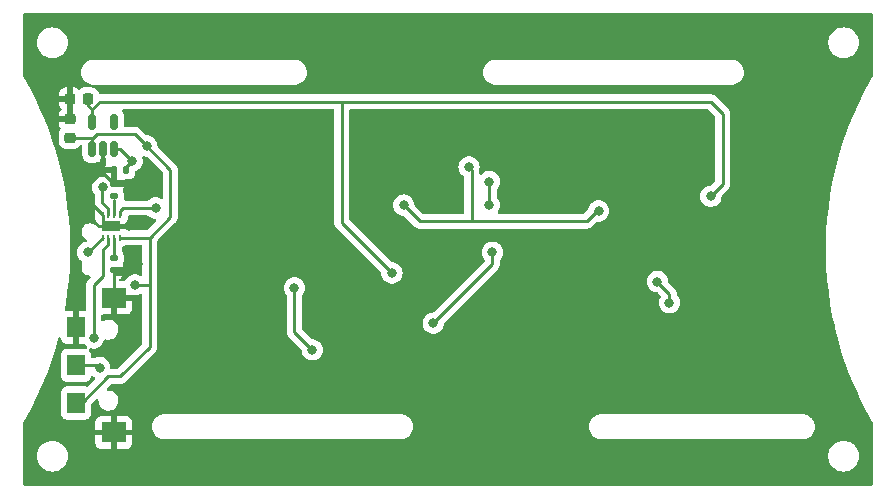
<source format=gbr>
%TF.GenerationSoftware,KiCad,Pcbnew,(7.0.0)*%
%TF.CreationDate,2023-10-22T09:49:58+03:00*%
%TF.ProjectId,nanoInvaderBot-power,6e616e6f-496e-4766-9164-6572426f742d,rev?*%
%TF.SameCoordinates,Original*%
%TF.FileFunction,Copper,L1,Top*%
%TF.FilePolarity,Positive*%
%FSLAX46Y46*%
G04 Gerber Fmt 4.6, Leading zero omitted, Abs format (unit mm)*
G04 Created by KiCad (PCBNEW (7.0.0)) date 2023-10-22 09:49:58*
%MOMM*%
%LPD*%
G01*
G04 APERTURE LIST*
G04 Aperture macros list*
%AMRoundRect*
0 Rectangle with rounded corners*
0 $1 Rounding radius*
0 $2 $3 $4 $5 $6 $7 $8 $9 X,Y pos of 4 corners*
0 Add a 4 corners polygon primitive as box body*
4,1,4,$2,$3,$4,$5,$6,$7,$8,$9,$2,$3,0*
0 Add four circle primitives for the rounded corners*
1,1,$1+$1,$2,$3*
1,1,$1+$1,$4,$5*
1,1,$1+$1,$6,$7*
1,1,$1+$1,$8,$9*
0 Add four rect primitives between the rounded corners*
20,1,$1+$1,$2,$3,$4,$5,0*
20,1,$1+$1,$4,$5,$6,$7,0*
20,1,$1+$1,$6,$7,$8,$9,0*
20,1,$1+$1,$8,$9,$2,$3,0*%
G04 Aperture macros list end*
%TA.AperFunction,SMDPad,CuDef*%
%ADD10RoundRect,0.135000X0.185000X-0.135000X0.185000X0.135000X-0.185000X0.135000X-0.185000X-0.135000X0*%
%TD*%
%TA.AperFunction,SMDPad,CuDef*%
%ADD11RoundRect,0.135000X0.135000X0.185000X-0.135000X0.185000X-0.135000X-0.185000X0.135000X-0.185000X0*%
%TD*%
%TA.AperFunction,SMDPad,CuDef*%
%ADD12R,0.249999X0.499999*%
%TD*%
%TA.AperFunction,SMDPad,CuDef*%
%ADD13R,1.599999X0.900001*%
%TD*%
%TA.AperFunction,SMDPad,CuDef*%
%ADD14RoundRect,0.135000X-0.185000X0.135000X-0.185000X-0.135000X0.185000X-0.135000X0.185000X0.135000X0*%
%TD*%
%TA.AperFunction,SMDPad,CuDef*%
%ADD15RoundRect,0.225000X0.225000X0.250000X-0.225000X0.250000X-0.225000X-0.250000X0.225000X-0.250000X0*%
%TD*%
%TA.AperFunction,SMDPad,CuDef*%
%ADD16RoundRect,0.150000X0.150000X-0.512500X0.150000X0.512500X-0.150000X0.512500X-0.150000X-0.512500X0*%
%TD*%
%TA.AperFunction,SMDPad,CuDef*%
%ADD17RoundRect,0.225000X0.250000X-0.225000X0.250000X0.225000X-0.250000X0.225000X-0.250000X-0.225000X0*%
%TD*%
%TA.AperFunction,SMDPad,CuDef*%
%ADD18R,1.500000X1.800000*%
%TD*%
%TA.AperFunction,SMDPad,CuDef*%
%ADD19R,2.100000X1.800000*%
%TD*%
%TA.AperFunction,ViaPad*%
%ADD20C,0.800000*%
%TD*%
%TA.AperFunction,Conductor*%
%ADD21C,0.250000*%
%TD*%
G04 APERTURE END LIST*
D10*
%TO.P,R6,1*%
%TO.N,Net-(U4-ISET)*%
X121750000Y-95510000D03*
%TO.P,R6,2*%
%TO.N,/GND*%
X121750000Y-94490000D03*
%TD*%
D11*
%TO.P,R1,1*%
%TO.N,/SYS_EN*%
X122760000Y-93250000D03*
%TO.P,R1,2*%
%TO.N,/GND*%
X121740000Y-93250000D03*
%TD*%
D12*
%TO.P,U4,1,IN*%
%TO.N,/VUSB*%
X122249999Y-97099997D03*
%TO.P,U4,2,ISET*%
%TO.N,Net-(U4-ISET)*%
X121750001Y-97099997D03*
%TO.P,U4,3,TS*%
%TO.N,/TBATT*%
X121249999Y-97099997D03*
%TO.P,U4,4,GND*%
%TO.N,/GND*%
X120750000Y-97099997D03*
%TO.P,U4,5,STAT*%
%TO.N,Net-(D2-K)*%
X120750000Y-98999999D03*
%TO.P,U4,6,PG_N*%
%TO.N,Net-(D1-K)*%
X121249999Y-98999999D03*
%TO.P,U4,7,VSET*%
%TO.N,Net-(U4-VSET)*%
X121750001Y-98999999D03*
%TO.P,U4,8,OUT*%
%TO.N,/VBATT*%
X122249999Y-98999999D03*
D13*
%TO.P,U4,9,PAD*%
%TO.N,/GND*%
X121500001Y-98049998D03*
%TD*%
D14*
%TO.P,R5,1*%
%TO.N,Net-(U4-VSET)*%
X121750000Y-100740000D03*
%TO.P,R5,2*%
%TO.N,/GND*%
X121750000Y-101760000D03*
%TD*%
D15*
%TO.P,C10,1*%
%TO.N,/VSYS*%
X119525000Y-87250000D03*
%TO.P,C10,2*%
%TO.N,/GND*%
X117975000Y-87250000D03*
%TD*%
D16*
%TO.P,U3,1,Vin*%
%TO.N,/VBATT*%
X119850000Y-91500000D03*
%TO.P,U3,2,Vss*%
%TO.N,/GND*%
X120800000Y-91500000D03*
%TO.P,U3,3,CE*%
%TO.N,/SYS_EN*%
X121750000Y-91500000D03*
%TO.P,U3,4,NC*%
%TO.N,unconnected-(U3-NC-Pad4)*%
X121750000Y-89225000D03*
%TO.P,U3,5,Vout*%
%TO.N,/VSYS*%
X119850000Y-89225000D03*
%TD*%
D17*
%TO.P,C9,1*%
%TO.N,/VBATT*%
X118000000Y-90525000D03*
%TO.P,C9,2*%
%TO.N,/GND*%
X118000000Y-88975000D03*
%TD*%
D18*
%TO.P,J3,1,1*%
%TO.N,/VBATT*%
X118499999Y-112999999D03*
%TO.P,J3,2,2*%
%TO.N,/TBATT*%
X118499999Y-109799999D03*
%TO.P,J3,3,3*%
%TO.N,/GND*%
X118499999Y-106599999D03*
D19*
%TO.P,J3,SH1,SHIELD1*%
X121699999Y-104099999D03*
%TO.P,J3,SH2,SHIELD2*%
X121699999Y-115499999D03*
%TD*%
D20*
%TO.N,/VSYS*%
X172250000Y-95500000D03*
X145250000Y-102000000D03*
%TO.N,/GND*%
X126250000Y-106250000D03*
X167250000Y-97250000D03*
X151000000Y-106500000D03*
X159000000Y-106500000D03*
X150250000Y-115000000D03*
X163500000Y-91250000D03*
X175750000Y-87750000D03*
X159000000Y-115000000D03*
X136000000Y-94250000D03*
X127250000Y-112250000D03*
X138750000Y-105750000D03*
X127250000Y-89750000D03*
X146000000Y-89250000D03*
X142750000Y-109000000D03*
X178000000Y-103500000D03*
X159250000Y-93500000D03*
X178000000Y-96500000D03*
X149000000Y-93500000D03*
X116000000Y-114500000D03*
X130750000Y-97250000D03*
X132000000Y-112250000D03*
X174000000Y-109250000D03*
X163500000Y-101000000D03*
X154000000Y-106500000D03*
X134250000Y-108500000D03*
X171000000Y-89250000D03*
X134750000Y-102000000D03*
X149000000Y-90500000D03*
X140500000Y-85000000D03*
X130000000Y-102500000D03*
X143750000Y-93500000D03*
X151000000Y-109500000D03*
X123750000Y-101250000D03*
X118000000Y-93750000D03*
X150500000Y-84750000D03*
X123000000Y-98000000D03*
X168750000Y-101000000D03*
X125250000Y-93750000D03*
X156250000Y-92000000D03*
%TO.N,/3V3*%
X146250000Y-96250000D03*
X151775000Y-93025000D03*
X137000000Y-103250000D03*
X162750000Y-96750000D03*
X168750000Y-104500000D03*
X167726305Y-102726305D03*
X138500000Y-108500000D03*
%TO.N,Net-(D1-K)*%
X120000000Y-107500000D03*
%TO.N,Net-(D2-K)*%
X119500000Y-100250000D03*
%TO.N,/VBATT*%
X124500000Y-91250000D03*
X123500000Y-103000000D03*
%TO.N,/VUSB*%
X125250000Y-96500000D03*
%TO.N,/TBATT*%
X120500000Y-110000000D03*
X120750000Y-94750000D03*
%TO.N,/SYS_EN*%
X123250000Y-92500000D03*
%TO.N,/12V*%
X153750000Y-100250000D03*
X153500000Y-94250000D03*
X153500000Y-96250000D03*
X148750000Y-106250000D03*
%TD*%
D21*
%TO.N,/VSYS*%
X119850000Y-88150000D02*
X120500000Y-87500000D01*
X172250000Y-87500000D02*
X173250000Y-88500000D01*
X141000000Y-87500000D02*
X172250000Y-87500000D01*
X119525000Y-87825000D02*
X119850000Y-88150000D01*
X141000000Y-97750000D02*
X141000000Y-96250000D01*
X119850000Y-89225000D02*
X119850000Y-88150000D01*
X173250000Y-88500000D02*
X173250000Y-94500000D01*
X120500000Y-87500000D02*
X141000000Y-87500000D01*
X145250000Y-102000000D02*
X141000000Y-97750000D01*
X119525000Y-87250000D02*
X119525000Y-87825000D01*
X173250000Y-94500000D02*
X172250000Y-95500000D01*
X141000000Y-96250000D02*
X141000000Y-87500000D01*
%TO.N,/GND*%
X121740000Y-93250000D02*
X120825000Y-93250000D01*
X120800000Y-93550000D02*
X121425000Y-94175000D01*
X120800000Y-91500000D02*
X120800000Y-93225000D01*
X121750000Y-102075000D02*
X122925000Y-102075000D01*
X120750000Y-93275000D02*
X119500000Y-94525000D01*
X117975000Y-88950000D02*
X118000000Y-88975000D01*
X121750000Y-101760000D02*
X121750000Y-104050000D01*
X121175003Y-98049999D02*
X121500002Y-98049999D01*
X122950001Y-98049999D02*
X123000000Y-98000000D01*
X122925000Y-102075000D02*
X123750000Y-101250000D01*
X120750001Y-97099998D02*
X120750001Y-97624997D01*
X121500002Y-98049999D02*
X120450003Y-98049999D01*
X120450003Y-98049999D02*
X119900004Y-97500000D01*
X120750001Y-97624997D02*
X121175003Y-98049999D01*
X120800000Y-93225000D02*
X120775000Y-93250000D01*
X121740000Y-93250000D02*
X121740000Y-94480000D01*
X121425000Y-94175000D02*
X123250000Y-94175000D01*
X120800000Y-93225000D02*
X120800000Y-93550000D01*
X121500002Y-98049999D02*
X122950001Y-98049999D01*
X120775000Y-93250000D02*
X120750000Y-93250000D01*
X121750000Y-104050000D02*
X121700000Y-104100000D01*
X119500000Y-95849997D02*
X120750001Y-97099998D01*
X120750000Y-93250000D02*
X120750000Y-93275000D01*
X119500000Y-94525000D02*
X119500000Y-95849997D01*
X121740000Y-94480000D02*
X121750000Y-94490000D01*
X120825000Y-93250000D02*
X120800000Y-93225000D01*
X117975000Y-87250000D02*
X117975000Y-88950000D01*
%TO.N,/3V3*%
X152000000Y-93250000D02*
X151775000Y-93025000D01*
X147612347Y-97612347D02*
X152000000Y-97612347D01*
X162612347Y-96750000D02*
X161750000Y-97612347D01*
X152000000Y-97612347D02*
X152000000Y-93250000D01*
X137000000Y-107000000D02*
X137000000Y-103250000D01*
X146250000Y-96250000D02*
X147612347Y-97612347D01*
X161750000Y-97612347D02*
X152000000Y-97612347D01*
X138500000Y-108500000D02*
X137000000Y-107000000D01*
X162750000Y-96750000D02*
X162612347Y-96750000D01*
X168750000Y-104500000D02*
X168750000Y-103750000D01*
X168750000Y-103750000D02*
X167726305Y-102726305D01*
%TO.N,Net-(D1-K)*%
X120750000Y-100025305D02*
X120750000Y-101250000D01*
X120750000Y-101250000D02*
X120750000Y-102250000D01*
X120000000Y-103000000D02*
X120000000Y-107500000D01*
X121250000Y-99000000D02*
X121250000Y-99500000D01*
X121250000Y-99500000D02*
X121250000Y-99525305D01*
X120750000Y-102250000D02*
X120000000Y-103000000D01*
X121250000Y-99525305D02*
X120750000Y-100025305D01*
%TO.N,Net-(D2-K)*%
X120750000Y-99000000D02*
X120750001Y-99000000D01*
X119500000Y-100250000D02*
X120750000Y-99000000D01*
%TO.N,Net-(U4-VSET)*%
X121750002Y-99000000D02*
X121750002Y-100424998D01*
X121750002Y-100424998D02*
X121750000Y-100425000D01*
%TO.N,Net-(U4-ISET)*%
X121750000Y-95825000D02*
X121750000Y-97099996D01*
X121750000Y-97099996D02*
X121750002Y-97099998D01*
%TO.N,/VBATT*%
X126500000Y-97250000D02*
X124750000Y-99000000D01*
X126500000Y-93250000D02*
X126500000Y-97250000D01*
X123500000Y-90250000D02*
X120250000Y-90250000D01*
X122250000Y-99000000D02*
X124750000Y-99000000D01*
X122250000Y-110750000D02*
X121250000Y-110750000D01*
X120250000Y-90250000D02*
X119850000Y-90650000D01*
X124750000Y-104250000D02*
X124750000Y-103000000D01*
X124750000Y-104250000D02*
X124750000Y-108250000D01*
X118000000Y-90525000D02*
X119725000Y-90525000D01*
X124750000Y-103000000D02*
X124750000Y-99000000D01*
X119850000Y-91500000D02*
X119850000Y-90650000D01*
X124500000Y-91250000D02*
X123500000Y-90250000D01*
X119000000Y-113000000D02*
X118500000Y-113000000D01*
X123500000Y-103000000D02*
X124750000Y-103000000D01*
X121250000Y-110750000D02*
X119000000Y-113000000D01*
X124500000Y-91250000D02*
X126500000Y-93250000D01*
X124750000Y-108250000D02*
X122250000Y-110750000D01*
X119725000Y-90525000D02*
X119850000Y-90650000D01*
%TO.N,/VUSB*%
X125250000Y-96500000D02*
X122500000Y-96500000D01*
X122250000Y-96750000D02*
X122250000Y-97099998D01*
X122500000Y-96500000D02*
X122250000Y-96750000D01*
%TO.N,/TBATT*%
X120728769Y-96021231D02*
X121250000Y-96542462D01*
X121250000Y-96542462D02*
X121250000Y-97099998D01*
X120728769Y-94771231D02*
X120750000Y-94750000D01*
X118500000Y-109800000D02*
X120300000Y-109800000D01*
X120300000Y-109800000D02*
X120500000Y-110000000D01*
X120728769Y-95271231D02*
X120728769Y-94771231D01*
X120728769Y-95271231D02*
X120728769Y-96021231D01*
%TO.N,/SYS_EN*%
X121750000Y-91500000D02*
X122250000Y-91500000D01*
X122760000Y-92990000D02*
X123250000Y-92500000D01*
X122760000Y-93250000D02*
X122760000Y-92990000D01*
X122250000Y-91500000D02*
X123250000Y-92500000D01*
%TO.N,/12V*%
X153750000Y-101250000D02*
X153750000Y-100250000D01*
X153500000Y-94250000D02*
X153500000Y-96250000D01*
X148750000Y-106250000D02*
X153750000Y-101250000D01*
%TD*%
%TA.AperFunction,Conductor*%
%TO.N,/GND*%
G36*
X124068035Y-103794622D02*
G01*
X124109473Y-103839449D01*
X124124500Y-103898617D01*
X124124500Y-107939548D01*
X124115061Y-107987001D01*
X124088181Y-108027229D01*
X122027228Y-110088181D01*
X121987000Y-110115061D01*
X121939547Y-110124500D01*
X121528781Y-110124500D01*
X121466781Y-110107887D01*
X121421394Y-110062500D01*
X121405230Y-110002179D01*
X121405460Y-110000000D01*
X121385674Y-109811744D01*
X121327179Y-109631716D01*
X121232533Y-109467784D01*
X121105871Y-109327112D01*
X121100613Y-109323292D01*
X121100611Y-109323290D01*
X120957988Y-109219669D01*
X120957987Y-109219668D01*
X120952730Y-109215849D01*
X120946792Y-109213205D01*
X120785745Y-109141501D01*
X120785740Y-109141499D01*
X120779803Y-109138856D01*
X120773444Y-109137504D01*
X120773440Y-109137503D01*
X120601008Y-109100852D01*
X120601005Y-109100851D01*
X120594646Y-109099500D01*
X120405354Y-109099500D01*
X120398995Y-109100851D01*
X120398991Y-109100852D01*
X120226559Y-109137503D01*
X120226552Y-109137505D01*
X120220197Y-109138856D01*
X120214259Y-109141499D01*
X120214255Y-109141501D01*
X120164220Y-109163779D01*
X120113784Y-109174500D01*
X119874499Y-109174500D01*
X119812499Y-109157887D01*
X119767112Y-109112500D01*
X119750499Y-109050500D01*
X119750499Y-108855439D01*
X119750499Y-108852128D01*
X119744091Y-108792517D01*
X119693796Y-108657669D01*
X119628868Y-108570936D01*
X119622614Y-108562582D01*
X119599426Y-108507786D01*
X119604433Y-108448497D01*
X119636482Y-108398365D01*
X119688194Y-108368935D01*
X119747658Y-108366981D01*
X119905354Y-108400500D01*
X120088143Y-108400500D01*
X120094646Y-108400500D01*
X120279803Y-108361144D01*
X120452730Y-108284151D01*
X120605871Y-108172888D01*
X120732533Y-108032216D01*
X120827179Y-107868284D01*
X120883618Y-107694582D01*
X120915626Y-107643496D01*
X120967944Y-107613541D01*
X121028205Y-107611800D01*
X121158590Y-107640500D01*
X121292212Y-107640500D01*
X121295570Y-107640500D01*
X121431748Y-107625690D01*
X121604998Y-107567315D01*
X121761648Y-107473062D01*
X121894374Y-107347337D01*
X121996971Y-107196019D01*
X122064639Y-107026183D01*
X122094216Y-106845772D01*
X122084318Y-106663220D01*
X122035409Y-106487064D01*
X121949775Y-106325541D01*
X121831420Y-106186203D01*
X121685878Y-106075565D01*
X121679775Y-106072741D01*
X121679771Y-106072739D01*
X121526057Y-106001624D01*
X121526056Y-106001623D01*
X121519955Y-105998801D01*
X121495757Y-105993474D01*
X121347973Y-105960944D01*
X121347967Y-105960943D01*
X121341410Y-105959500D01*
X121204430Y-105959500D01*
X121201093Y-105959862D01*
X121201091Y-105959863D01*
X121074933Y-105973583D01*
X121074929Y-105973583D01*
X121068252Y-105974310D01*
X121061891Y-105976453D01*
X121061883Y-105976455D01*
X120901375Y-106030537D01*
X120901369Y-106030539D01*
X120895002Y-106032685D01*
X120889241Y-106036150D01*
X120889237Y-106036153D01*
X120813429Y-106081766D01*
X120751179Y-106099505D01*
X120688472Y-106083459D01*
X120642394Y-106038000D01*
X120625500Y-105975516D01*
X120625500Y-105624000D01*
X120642113Y-105562000D01*
X120687500Y-105516613D01*
X120749500Y-105500000D01*
X121433674Y-105500000D01*
X121446549Y-105496549D01*
X121450000Y-105483674D01*
X121950000Y-105483674D01*
X121953450Y-105496549D01*
X121966326Y-105500000D01*
X122794518Y-105500000D01*
X122801114Y-105499646D01*
X122849667Y-105494426D01*
X122864641Y-105490888D01*
X122983777Y-105446452D01*
X122999189Y-105438037D01*
X123100092Y-105362501D01*
X123112501Y-105350092D01*
X123188037Y-105249189D01*
X123196452Y-105233777D01*
X123240888Y-105114641D01*
X123244426Y-105099667D01*
X123249646Y-105051114D01*
X123250000Y-105044518D01*
X123250000Y-104366326D01*
X123246549Y-104353450D01*
X123233674Y-104350000D01*
X121966326Y-104350000D01*
X121953450Y-104353450D01*
X121950000Y-104366326D01*
X121950000Y-105483674D01*
X121450000Y-105483674D01*
X121450000Y-103974000D01*
X121466613Y-103912000D01*
X121512000Y-103866613D01*
X121574000Y-103850000D01*
X123168810Y-103850000D01*
X123207513Y-103858229D01*
X123208078Y-103856492D01*
X123214259Y-103858500D01*
X123220197Y-103861144D01*
X123226555Y-103862495D01*
X123226557Y-103862496D01*
X123265861Y-103870850D01*
X123405354Y-103900500D01*
X123588143Y-103900500D01*
X123594646Y-103900500D01*
X123779803Y-103861144D01*
X123950063Y-103785338D01*
X124010229Y-103774999D01*
X124068035Y-103794622D01*
G37*
%TD.AperFunction*%
%TA.AperFunction,Conductor*%
G36*
X124062500Y-99642113D02*
G01*
X124107887Y-99687500D01*
X124124500Y-99749500D01*
X124124500Y-102101383D01*
X124109473Y-102160551D01*
X124068035Y-102205378D01*
X124010229Y-102225001D01*
X123950064Y-102214662D01*
X123785745Y-102141501D01*
X123785740Y-102141499D01*
X123779803Y-102138856D01*
X123773444Y-102137504D01*
X123773440Y-102137503D01*
X123601008Y-102100852D01*
X123601005Y-102100851D01*
X123594646Y-102099500D01*
X123405354Y-102099500D01*
X123398995Y-102100851D01*
X123398991Y-102100852D01*
X123226559Y-102137503D01*
X123226552Y-102137505D01*
X123220197Y-102138856D01*
X123214262Y-102141498D01*
X123214254Y-102141501D01*
X123053207Y-102213205D01*
X123053202Y-102213207D01*
X123047270Y-102215849D01*
X123042016Y-102219665D01*
X123042011Y-102219669D01*
X122899388Y-102323290D01*
X122899381Y-102323295D01*
X122894129Y-102327112D01*
X122889784Y-102331937D01*
X122889779Y-102331942D01*
X122771813Y-102462956D01*
X122771808Y-102462962D01*
X122767467Y-102467784D01*
X122764222Y-102473404D01*
X122764218Y-102473410D01*
X122676068Y-102626091D01*
X122676066Y-102626095D01*
X122675655Y-102626806D01*
X122675653Y-102626810D01*
X122672821Y-102631716D01*
X122672391Y-102631468D01*
X122648772Y-102665200D01*
X122609086Y-102690971D01*
X122562636Y-102700000D01*
X122274529Y-102700000D01*
X122212754Y-102683517D01*
X122167403Y-102638449D01*
X122150531Y-102576779D01*
X122166626Y-102514902D01*
X122211408Y-102469268D01*
X122320571Y-102404708D01*
X122332807Y-102395217D01*
X122435217Y-102292807D01*
X122444708Y-102280571D01*
X122518434Y-102155907D01*
X122524582Y-102141700D01*
X122558819Y-102023856D01*
X122559394Y-102012590D01*
X122548415Y-102010000D01*
X121624000Y-102010000D01*
X121562000Y-101993387D01*
X121516613Y-101948000D01*
X121500000Y-101886000D01*
X121500000Y-101634500D01*
X121516613Y-101572500D01*
X121562000Y-101527113D01*
X121624000Y-101510500D01*
X121989562Y-101510499D01*
X121999180Y-101510499D01*
X122001596Y-101510308D01*
X122004038Y-101510213D01*
X122004039Y-101510249D01*
X122010392Y-101510000D01*
X122548415Y-101510000D01*
X122559394Y-101507409D01*
X122558819Y-101496143D01*
X122524582Y-101378299D01*
X122518434Y-101364092D01*
X122488581Y-101313612D01*
X122471313Y-101250490D01*
X122488581Y-101187370D01*
X122522869Y-101129393D01*
X122567665Y-100975204D01*
X122570500Y-100939181D01*
X122570499Y-100540820D01*
X122567665Y-100504796D01*
X122522869Y-100350607D01*
X122441135Y-100212402D01*
X122411821Y-100183088D01*
X122384941Y-100142860D01*
X122375502Y-100095407D01*
X122375502Y-99866491D01*
X122387645Y-99812974D01*
X122421696Y-99769939D01*
X122470986Y-99745814D01*
X122474767Y-99744920D01*
X122482483Y-99744091D01*
X122617331Y-99693796D01*
X122675523Y-99650233D01*
X122710676Y-99631846D01*
X122749835Y-99625500D01*
X124000500Y-99625500D01*
X124062500Y-99642113D01*
G37*
%TD.AperFunction*%
%TA.AperFunction,Conductor*%
G36*
X124596685Y-97136219D02*
G01*
X124634781Y-97163895D01*
X124634950Y-97163709D01*
X124636728Y-97165310D01*
X124638398Y-97166523D01*
X124644129Y-97172888D01*
X124797270Y-97284151D01*
X124970197Y-97361144D01*
X125155354Y-97400500D01*
X125161857Y-97400500D01*
X125165547Y-97400500D01*
X125221842Y-97414015D01*
X125265865Y-97451615D01*
X125288020Y-97505102D01*
X125283478Y-97562818D01*
X125253228Y-97612181D01*
X124527228Y-98338181D01*
X124487000Y-98365061D01*
X124439547Y-98374500D01*
X122910739Y-98374500D01*
X122858335Y-98362883D01*
X122815751Y-98330207D01*
X122806537Y-98312509D01*
X122797815Y-98303787D01*
X122783676Y-98299999D01*
X122623067Y-98299999D01*
X122579734Y-98292181D01*
X122489752Y-98258620D01*
X122489750Y-98258619D01*
X122482483Y-98255909D01*
X122474770Y-98255079D01*
X122474767Y-98255079D01*
X122426180Y-98249855D01*
X122426169Y-98249854D01*
X122422873Y-98249500D01*
X122419550Y-98249500D01*
X122080439Y-98249500D01*
X122080420Y-98249500D01*
X122077128Y-98249501D01*
X122073850Y-98249853D01*
X122073838Y-98249854D01*
X122017517Y-98255909D01*
X122017344Y-98254305D01*
X121982657Y-98254305D01*
X121982485Y-98255909D01*
X121926182Y-98249855D01*
X121926171Y-98249854D01*
X121922875Y-98249500D01*
X121919552Y-98249500D01*
X121580441Y-98249500D01*
X121580422Y-98249500D01*
X121577130Y-98249501D01*
X121573852Y-98249853D01*
X121573840Y-98249854D01*
X121517519Y-98255909D01*
X121517346Y-98254308D01*
X121482655Y-98254308D01*
X121482483Y-98255909D01*
X121426180Y-98249855D01*
X121426169Y-98249854D01*
X121422873Y-98249500D01*
X121419551Y-98249500D01*
X121374002Y-98249500D01*
X121312002Y-98232887D01*
X121266615Y-98187500D01*
X121250002Y-98125500D01*
X121250002Y-97974497D01*
X121266615Y-97912497D01*
X121312002Y-97867110D01*
X121374001Y-97850497D01*
X121422872Y-97850497D01*
X121482483Y-97844089D01*
X121482656Y-97845700D01*
X121517345Y-97845699D01*
X121517519Y-97844089D01*
X121577129Y-97850498D01*
X121922874Y-97850497D01*
X121982485Y-97844089D01*
X121982658Y-97845698D01*
X122017344Y-97845697D01*
X122017517Y-97844089D01*
X122077127Y-97850498D01*
X122422872Y-97850497D01*
X122482483Y-97844089D01*
X122563277Y-97813955D01*
X122579734Y-97807817D01*
X122623067Y-97799999D01*
X122783676Y-97799999D01*
X122796551Y-97796548D01*
X122800002Y-97783673D01*
X122800002Y-97655763D01*
X122814845Y-97597605D01*
X122818796Y-97592329D01*
X122869091Y-97457481D01*
X122875500Y-97397871D01*
X122875500Y-97249500D01*
X122892113Y-97187500D01*
X122937500Y-97142113D01*
X122999500Y-97125500D01*
X124546252Y-97125500D01*
X124596685Y-97136219D01*
G37*
%TD.AperFunction*%
%TA.AperFunction,Conductor*%
G36*
X185937500Y-80017113D02*
G01*
X185982887Y-80062500D01*
X185999500Y-80124500D01*
X185999500Y-85269175D01*
X185982395Y-85332020D01*
X185739641Y-85744924D01*
X185739612Y-85744973D01*
X185739086Y-85745870D01*
X185738594Y-85746778D01*
X185738567Y-85746827D01*
X185250532Y-86648675D01*
X185250505Y-86648725D01*
X185250018Y-86649627D01*
X185249548Y-86650573D01*
X185249531Y-86650607D01*
X184793809Y-87569057D01*
X184793271Y-87570141D01*
X184792833Y-87571108D01*
X184792827Y-87571121D01*
X184369858Y-88505283D01*
X184369837Y-88505330D01*
X184369418Y-88506257D01*
X184369026Y-88507210D01*
X184369005Y-88507260D01*
X183979411Y-89455775D01*
X183979399Y-89455804D01*
X183978991Y-89456799D01*
X183978614Y-89457816D01*
X183978607Y-89457836D01*
X183622856Y-90419554D01*
X183622844Y-90419588D01*
X183622479Y-90420575D01*
X183622154Y-90421559D01*
X183622137Y-90421608D01*
X183300677Y-91395323D01*
X183300661Y-91395372D01*
X183300331Y-91396374D01*
X183300039Y-91397376D01*
X183300021Y-91397435D01*
X183021940Y-92352112D01*
X183012951Y-92382973D01*
X183012685Y-92384021D01*
X183012675Y-92384060D01*
X182767860Y-93350852D01*
X182760699Y-93379132D01*
X182760471Y-93380186D01*
X182760468Y-93380201D01*
X182544126Y-94382514D01*
X182544119Y-94382547D01*
X182543892Y-94383601D01*
X182543703Y-94384659D01*
X182543692Y-94384713D01*
X182363009Y-95393961D01*
X182362802Y-95395120D01*
X182362651Y-95396177D01*
X182362644Y-95396222D01*
X182217808Y-96411357D01*
X182217804Y-96411386D01*
X182217657Y-96412419D01*
X182217547Y-96413442D01*
X182217541Y-96413497D01*
X182108755Y-97433116D01*
X182108750Y-97433165D01*
X182108638Y-97434221D01*
X182108562Y-97435293D01*
X182108560Y-97435318D01*
X182035958Y-98458176D01*
X182035955Y-98458217D01*
X182035883Y-98459243D01*
X182035846Y-98460276D01*
X182035844Y-98460321D01*
X182000297Y-99463205D01*
X181999482Y-99486199D01*
X181999482Y-100513801D01*
X181999519Y-100514865D01*
X181999520Y-100514881D01*
X182035844Y-101539678D01*
X182035845Y-101539693D01*
X182035883Y-101540757D01*
X182035956Y-101541785D01*
X182035958Y-101541823D01*
X182094330Y-102364199D01*
X182108638Y-102565779D01*
X182108751Y-102566839D01*
X182108755Y-102566883D01*
X182217541Y-103586502D01*
X182217547Y-103586550D01*
X182217657Y-103587581D01*
X182217805Y-103588620D01*
X182217808Y-103588642D01*
X182362644Y-104603777D01*
X182362649Y-104603811D01*
X182362802Y-104604880D01*
X182362998Y-104605978D01*
X182363001Y-104605993D01*
X182543692Y-105615286D01*
X182543699Y-105615326D01*
X182543892Y-105616399D01*
X182544121Y-105617463D01*
X182544126Y-105617485D01*
X182731818Y-106487064D01*
X182760699Y-106620868D01*
X182760969Y-106621934D01*
X183012346Y-107614641D01*
X183012951Y-107617027D01*
X183013266Y-107618109D01*
X183013267Y-107618112D01*
X183300021Y-108602564D01*
X183300031Y-108602597D01*
X183300331Y-108603626D01*
X183300666Y-108604642D01*
X183300677Y-108604676D01*
X183622137Y-109578391D01*
X183622148Y-109578423D01*
X183622479Y-109579425D01*
X183622850Y-109580429D01*
X183622856Y-109580445D01*
X183978607Y-110542163D01*
X183978991Y-110543201D01*
X183979407Y-110544214D01*
X183979411Y-110544224D01*
X184369005Y-111492739D01*
X184369017Y-111492768D01*
X184369418Y-111493743D01*
X184369846Y-111494690D01*
X184369858Y-111494716D01*
X184587008Y-111974310D01*
X184793271Y-112429859D01*
X184905848Y-112656743D01*
X185248511Y-113347337D01*
X185250018Y-113350373D01*
X185250517Y-113351296D01*
X185250532Y-113351324D01*
X185738567Y-114253172D01*
X185738581Y-114253196D01*
X185739086Y-114254130D01*
X185739627Y-114255050D01*
X185739641Y-114255075D01*
X185982395Y-114667980D01*
X185999500Y-114730825D01*
X185999500Y-119875500D01*
X185982887Y-119937500D01*
X185937500Y-119982887D01*
X185875500Y-119999500D01*
X182000099Y-119999500D01*
X118000099Y-119999500D01*
X114124500Y-119999500D01*
X114062500Y-119982887D01*
X114017113Y-119937500D01*
X114000500Y-119875500D01*
X114000500Y-117500000D01*
X115194532Y-117500000D01*
X115214365Y-117726692D01*
X115215762Y-117731907D01*
X115215764Y-117731916D01*
X115271858Y-117941263D01*
X115271861Y-117941271D01*
X115273261Y-117946496D01*
X115369432Y-118152734D01*
X115499953Y-118339139D01*
X115660861Y-118500047D01*
X115847266Y-118630568D01*
X116053504Y-118726739D01*
X116273308Y-118785635D01*
X116500000Y-118805468D01*
X116726692Y-118785635D01*
X116946496Y-118726739D01*
X117152734Y-118630568D01*
X117339139Y-118500047D01*
X117500047Y-118339139D01*
X117630568Y-118152734D01*
X117726739Y-117946496D01*
X117785635Y-117726692D01*
X117805468Y-117500000D01*
X182194532Y-117500000D01*
X182214365Y-117726692D01*
X182215762Y-117731907D01*
X182215764Y-117731916D01*
X182271858Y-117941263D01*
X182271861Y-117941271D01*
X182273261Y-117946496D01*
X182369432Y-118152734D01*
X182499953Y-118339139D01*
X182660861Y-118500047D01*
X182847266Y-118630568D01*
X183053504Y-118726739D01*
X183273308Y-118785635D01*
X183500000Y-118805468D01*
X183726692Y-118785635D01*
X183946496Y-118726739D01*
X184152734Y-118630568D01*
X184339139Y-118500047D01*
X184500047Y-118339139D01*
X184630568Y-118152734D01*
X184726739Y-117946496D01*
X184785635Y-117726692D01*
X184805468Y-117500000D01*
X184785635Y-117273308D01*
X184726739Y-117053504D01*
X184630568Y-116847266D01*
X184500047Y-116660861D01*
X184339139Y-116499953D01*
X184152734Y-116369432D01*
X184088145Y-116339313D01*
X183951405Y-116275550D01*
X183951403Y-116275549D01*
X183946496Y-116273261D01*
X183941271Y-116271861D01*
X183941263Y-116271858D01*
X183731916Y-116215764D01*
X183731907Y-116215762D01*
X183726692Y-116214365D01*
X183721304Y-116213893D01*
X183721301Y-116213893D01*
X183505395Y-116195004D01*
X183500000Y-116194532D01*
X183494605Y-116195004D01*
X183278698Y-116213893D01*
X183278693Y-116213893D01*
X183273308Y-116214365D01*
X183268094Y-116215762D01*
X183268083Y-116215764D01*
X183058736Y-116271858D01*
X183058724Y-116271862D01*
X183053504Y-116273261D01*
X183048599Y-116275547D01*
X183048594Y-116275550D01*
X182852176Y-116367142D01*
X182852172Y-116367144D01*
X182847266Y-116369432D01*
X182842833Y-116372535D01*
X182842826Y-116372540D01*
X182665296Y-116496847D01*
X182665291Y-116496850D01*
X182660861Y-116499953D01*
X182657037Y-116503776D01*
X182657031Y-116503782D01*
X182503782Y-116657031D01*
X182503776Y-116657037D01*
X182499953Y-116660861D01*
X182496850Y-116665291D01*
X182496847Y-116665296D01*
X182372540Y-116842826D01*
X182372535Y-116842833D01*
X182369432Y-116847266D01*
X182367144Y-116852172D01*
X182367142Y-116852176D01*
X182275550Y-117048594D01*
X182275547Y-117048599D01*
X182273261Y-117053504D01*
X182271862Y-117058724D01*
X182271858Y-117058736D01*
X182215764Y-117268083D01*
X182215762Y-117268094D01*
X182214365Y-117273308D01*
X182194532Y-117500000D01*
X117805468Y-117500000D01*
X117785635Y-117273308D01*
X117726739Y-117053504D01*
X117630568Y-116847266D01*
X117500047Y-116660861D01*
X117339139Y-116499953D01*
X117259969Y-116444518D01*
X120150000Y-116444518D01*
X120150353Y-116451114D01*
X120155573Y-116499667D01*
X120159111Y-116514641D01*
X120203547Y-116633777D01*
X120211962Y-116649189D01*
X120287498Y-116750092D01*
X120299907Y-116762501D01*
X120400810Y-116838037D01*
X120416222Y-116846452D01*
X120535358Y-116890888D01*
X120550332Y-116894426D01*
X120598885Y-116899646D01*
X120605482Y-116900000D01*
X121433674Y-116900000D01*
X121446549Y-116896549D01*
X121450000Y-116883674D01*
X121950000Y-116883674D01*
X121953450Y-116896549D01*
X121966326Y-116900000D01*
X122794518Y-116900000D01*
X122801114Y-116899646D01*
X122849667Y-116894426D01*
X122864641Y-116890888D01*
X122983777Y-116846452D01*
X122999189Y-116838037D01*
X123100092Y-116762501D01*
X123112501Y-116750092D01*
X123188037Y-116649189D01*
X123196452Y-116633777D01*
X123240888Y-116514641D01*
X123244426Y-116499667D01*
X123249646Y-116451114D01*
X123250000Y-116444518D01*
X123250000Y-115766326D01*
X123246549Y-115753450D01*
X123233674Y-115750000D01*
X121966326Y-115750000D01*
X121953450Y-115753450D01*
X121950000Y-115766326D01*
X121950000Y-116883674D01*
X121450000Y-116883674D01*
X121450000Y-115766326D01*
X121446549Y-115753450D01*
X121433674Y-115750000D01*
X120166326Y-115750000D01*
X120153450Y-115753450D01*
X120150000Y-115766326D01*
X120150000Y-116444518D01*
X117259969Y-116444518D01*
X117152734Y-116369432D01*
X117088145Y-116339313D01*
X116951405Y-116275550D01*
X116951403Y-116275549D01*
X116946496Y-116273261D01*
X116941271Y-116271861D01*
X116941263Y-116271858D01*
X116731916Y-116215764D01*
X116731907Y-116215762D01*
X116726692Y-116214365D01*
X116721304Y-116213893D01*
X116721301Y-116213893D01*
X116505395Y-116195004D01*
X116500000Y-116194532D01*
X116494605Y-116195004D01*
X116278698Y-116213893D01*
X116278693Y-116213893D01*
X116273308Y-116214365D01*
X116268094Y-116215762D01*
X116268083Y-116215764D01*
X116058736Y-116271858D01*
X116058724Y-116271862D01*
X116053504Y-116273261D01*
X116048599Y-116275547D01*
X116048594Y-116275550D01*
X115852176Y-116367142D01*
X115852172Y-116367144D01*
X115847266Y-116369432D01*
X115842833Y-116372535D01*
X115842826Y-116372540D01*
X115665296Y-116496847D01*
X115665291Y-116496850D01*
X115660861Y-116499953D01*
X115657037Y-116503776D01*
X115657031Y-116503782D01*
X115503782Y-116657031D01*
X115503776Y-116657037D01*
X115499953Y-116660861D01*
X115496850Y-116665291D01*
X115496847Y-116665296D01*
X115372540Y-116842826D01*
X115372535Y-116842833D01*
X115369432Y-116847266D01*
X115367144Y-116852172D01*
X115367142Y-116852176D01*
X115275550Y-117048594D01*
X115275547Y-117048599D01*
X115273261Y-117053504D01*
X115271862Y-117058724D01*
X115271858Y-117058736D01*
X115215764Y-117268083D01*
X115215762Y-117268094D01*
X115214365Y-117273308D01*
X115194532Y-117500000D01*
X114000500Y-117500000D01*
X114000500Y-115233674D01*
X120150000Y-115233674D01*
X120153450Y-115246549D01*
X120166326Y-115250000D01*
X121433674Y-115250000D01*
X121446549Y-115246549D01*
X121450000Y-115233674D01*
X121950000Y-115233674D01*
X121953450Y-115246549D01*
X121966326Y-115250000D01*
X123233674Y-115250000D01*
X123246549Y-115246549D01*
X123250000Y-115233674D01*
X123250000Y-115000000D01*
X124945000Y-115000000D01*
X124962963Y-115193856D01*
X124964531Y-115199367D01*
X124964533Y-115199377D01*
X125014671Y-115375591D01*
X125014673Y-115375597D01*
X125016242Y-115381110D01*
X125103021Y-115555386D01*
X125106473Y-115559957D01*
X125216888Y-115706171D01*
X125216892Y-115706176D01*
X125220346Y-115710749D01*
X125224582Y-115714610D01*
X125224586Y-115714615D01*
X125291473Y-115775590D01*
X125364220Y-115841908D01*
X125529746Y-115944397D01*
X125711286Y-116014726D01*
X125902657Y-116050500D01*
X125999901Y-116050500D01*
X126000000Y-116050500D01*
X126000500Y-116050500D01*
X145999500Y-116050500D01*
X146000099Y-116050500D01*
X146091614Y-116050500D01*
X146097343Y-116050500D01*
X146288714Y-116014726D01*
X146470254Y-115944397D01*
X146635780Y-115841908D01*
X146779654Y-115710749D01*
X146896979Y-115555386D01*
X146983758Y-115381110D01*
X147037037Y-115193856D01*
X147055000Y-115000000D01*
X161945000Y-115000000D01*
X161962963Y-115193856D01*
X161964531Y-115199367D01*
X161964533Y-115199377D01*
X162014671Y-115375591D01*
X162014673Y-115375597D01*
X162016242Y-115381110D01*
X162103021Y-115555386D01*
X162106473Y-115559957D01*
X162216888Y-115706171D01*
X162216892Y-115706176D01*
X162220346Y-115710749D01*
X162224582Y-115714610D01*
X162224586Y-115714615D01*
X162291473Y-115775590D01*
X162364220Y-115841908D01*
X162529746Y-115944397D01*
X162711286Y-116014726D01*
X162902657Y-116050500D01*
X162999901Y-116050500D01*
X163000000Y-116050500D01*
X163000500Y-116050500D01*
X179999500Y-116050500D01*
X180000099Y-116050500D01*
X180091614Y-116050500D01*
X180097343Y-116050500D01*
X180288714Y-116014726D01*
X180470254Y-115944397D01*
X180635780Y-115841908D01*
X180779654Y-115710749D01*
X180896979Y-115555386D01*
X180983758Y-115381110D01*
X181037037Y-115193856D01*
X181055000Y-115000000D01*
X181037037Y-114806144D01*
X181010475Y-114712791D01*
X180985328Y-114624408D01*
X180983758Y-114618890D01*
X180896979Y-114444614D01*
X180850975Y-114383696D01*
X180783111Y-114293828D01*
X180783107Y-114293824D01*
X180779654Y-114289251D01*
X180775417Y-114285388D01*
X180775413Y-114285384D01*
X180640014Y-114161952D01*
X180640015Y-114161952D01*
X180635780Y-114158092D01*
X180630910Y-114155077D01*
X180630908Y-114155075D01*
X180475128Y-114058621D01*
X180475129Y-114058621D01*
X180470254Y-114055603D01*
X180464911Y-114053533D01*
X180294061Y-113987345D01*
X180294056Y-113987343D01*
X180288714Y-113985274D01*
X180283076Y-113984220D01*
X180102972Y-113950552D01*
X180102969Y-113950551D01*
X180097343Y-113949500D01*
X180000099Y-113949500D01*
X163000500Y-113949500D01*
X163000000Y-113949500D01*
X162902657Y-113949500D01*
X162897031Y-113950551D01*
X162897027Y-113950552D01*
X162716923Y-113984220D01*
X162716920Y-113984220D01*
X162711286Y-113985274D01*
X162705946Y-113987342D01*
X162705938Y-113987345D01*
X162535088Y-114053533D01*
X162535083Y-114053535D01*
X162529746Y-114055603D01*
X162524874Y-114058619D01*
X162524871Y-114058621D01*
X162369091Y-114155075D01*
X162369083Y-114155080D01*
X162364220Y-114158092D01*
X162359989Y-114161948D01*
X162359985Y-114161952D01*
X162224586Y-114285384D01*
X162224576Y-114285394D01*
X162220346Y-114289251D01*
X162216897Y-114293817D01*
X162216888Y-114293828D01*
X162106473Y-114440042D01*
X162106470Y-114440046D01*
X162103021Y-114444614D01*
X162016242Y-114618890D01*
X162014674Y-114624398D01*
X162014671Y-114624408D01*
X161964533Y-114800622D01*
X161964530Y-114800633D01*
X161962963Y-114806144D01*
X161945000Y-115000000D01*
X147055000Y-115000000D01*
X147037037Y-114806144D01*
X147010475Y-114712791D01*
X146985328Y-114624408D01*
X146983758Y-114618890D01*
X146896979Y-114444614D01*
X146850975Y-114383696D01*
X146783111Y-114293828D01*
X146783107Y-114293824D01*
X146779654Y-114289251D01*
X146775417Y-114285388D01*
X146775413Y-114285384D01*
X146640014Y-114161952D01*
X146640015Y-114161952D01*
X146635780Y-114158092D01*
X146630910Y-114155077D01*
X146630908Y-114155075D01*
X146475128Y-114058621D01*
X146475129Y-114058621D01*
X146470254Y-114055603D01*
X146464911Y-114053533D01*
X146294061Y-113987345D01*
X146294056Y-113987343D01*
X146288714Y-113985274D01*
X146283076Y-113984220D01*
X146102972Y-113950552D01*
X146102969Y-113950551D01*
X146097343Y-113949500D01*
X146000099Y-113949500D01*
X126000500Y-113949500D01*
X126000000Y-113949500D01*
X125902657Y-113949500D01*
X125897031Y-113950551D01*
X125897027Y-113950552D01*
X125716923Y-113984220D01*
X125716920Y-113984220D01*
X125711286Y-113985274D01*
X125705946Y-113987342D01*
X125705938Y-113987345D01*
X125535088Y-114053533D01*
X125535083Y-114053535D01*
X125529746Y-114055603D01*
X125524874Y-114058619D01*
X125524871Y-114058621D01*
X125369091Y-114155075D01*
X125369083Y-114155080D01*
X125364220Y-114158092D01*
X125359989Y-114161948D01*
X125359985Y-114161952D01*
X125224586Y-114285384D01*
X125224576Y-114285394D01*
X125220346Y-114289251D01*
X125216897Y-114293817D01*
X125216888Y-114293828D01*
X125106473Y-114440042D01*
X125106470Y-114440046D01*
X125103021Y-114444614D01*
X125016242Y-114618890D01*
X125014674Y-114624398D01*
X125014671Y-114624408D01*
X124964533Y-114800622D01*
X124964530Y-114800633D01*
X124962963Y-114806144D01*
X124945000Y-115000000D01*
X123250000Y-115000000D01*
X123250000Y-114555482D01*
X123249646Y-114548885D01*
X123244426Y-114500332D01*
X123240888Y-114485358D01*
X123196452Y-114366222D01*
X123188037Y-114350810D01*
X123112501Y-114249907D01*
X123100092Y-114237498D01*
X122999189Y-114161962D01*
X122983777Y-114153547D01*
X122864641Y-114109111D01*
X122849667Y-114105573D01*
X122801114Y-114100353D01*
X122794518Y-114100000D01*
X121966326Y-114100000D01*
X121953450Y-114103450D01*
X121950000Y-114116326D01*
X121950000Y-115233674D01*
X121450000Y-115233674D01*
X121450000Y-114116326D01*
X121446549Y-114103450D01*
X121433674Y-114100000D01*
X120605482Y-114100000D01*
X120598885Y-114100353D01*
X120550332Y-114105573D01*
X120535358Y-114109111D01*
X120416222Y-114153547D01*
X120400810Y-114161962D01*
X120299907Y-114237498D01*
X120287498Y-114249907D01*
X120211962Y-114350810D01*
X120203547Y-114366222D01*
X120159111Y-114485358D01*
X120155573Y-114500332D01*
X120150353Y-114548885D01*
X120150000Y-114555482D01*
X120150000Y-115233674D01*
X114000500Y-115233674D01*
X114000500Y-114730824D01*
X114017606Y-114667978D01*
X114083745Y-114555482D01*
X114260842Y-114254258D01*
X114749919Y-113350495D01*
X115206674Y-112429973D01*
X115630536Y-111493850D01*
X116020971Y-110543300D01*
X116377489Y-109579516D01*
X116699643Y-108603708D01*
X116987029Y-107617101D01*
X117007225Y-107537346D01*
X117041511Y-107478377D01*
X117101799Y-107446464D01*
X117169844Y-107451265D01*
X117225053Y-107491329D01*
X117250719Y-107554530D01*
X117255571Y-107599659D01*
X117259111Y-107614641D01*
X117303547Y-107733777D01*
X117311962Y-107749189D01*
X117387498Y-107850092D01*
X117399907Y-107862501D01*
X117500810Y-107938037D01*
X117516222Y-107946452D01*
X117635358Y-107990888D01*
X117650332Y-107994426D01*
X117698885Y-107999646D01*
X117705482Y-108000000D01*
X118233674Y-108000000D01*
X118246549Y-107996549D01*
X118250000Y-107983674D01*
X118250000Y-105216326D01*
X118246549Y-105203450D01*
X118233674Y-105200000D01*
X117705482Y-105200000D01*
X117698877Y-105200353D01*
X117691749Y-105201120D01*
X117635200Y-105194026D01*
X117587798Y-105162386D01*
X117559555Y-105112884D01*
X117556438Y-105055981D01*
X117637191Y-104604925D01*
X117782339Y-103587616D01*
X117891360Y-102565804D01*
X117964117Y-101540772D01*
X118000518Y-100513806D01*
X118000518Y-99486194D01*
X117964117Y-98459228D01*
X117891360Y-97434196D01*
X117782339Y-96412384D01*
X117637191Y-95395075D01*
X117456097Y-94383547D01*
X117239286Y-93379068D01*
X116987029Y-92382899D01*
X116699643Y-91396292D01*
X116501202Y-90795213D01*
X117024500Y-90795213D01*
X117024501Y-90798344D01*
X117024820Y-90801476D01*
X117024821Y-90801477D01*
X117033962Y-90890972D01*
X117033963Y-90890980D01*
X117034651Y-90897708D01*
X117036779Y-90904131D01*
X117036780Y-90904134D01*
X117076445Y-91023836D01*
X117087997Y-91058697D01*
X117091788Y-91064843D01*
X117091789Y-91064845D01*
X117172457Y-91195628D01*
X117177032Y-91203044D01*
X117296956Y-91322968D01*
X117441303Y-91412003D01*
X117602292Y-91465349D01*
X117701655Y-91475500D01*
X118298344Y-91475499D01*
X118397708Y-91465349D01*
X118558697Y-91412003D01*
X118703044Y-91322968D01*
X118822968Y-91203044D01*
X118826451Y-91197396D01*
X118869447Y-91162891D01*
X118923479Y-91150500D01*
X118925500Y-91150500D01*
X118987500Y-91167113D01*
X119032887Y-91212500D01*
X119049500Y-91274500D01*
X119049500Y-92078194D01*
X119049690Y-92080614D01*
X119049691Y-92080628D01*
X119051904Y-92108751D01*
X119051905Y-92108758D01*
X119052402Y-92115069D01*
X119054168Y-92121150D01*
X119054170Y-92121157D01*
X119096079Y-92265405D01*
X119098256Y-92272898D01*
X119102226Y-92279611D01*
X119102227Y-92279613D01*
X119177946Y-92407648D01*
X119177948Y-92407651D01*
X119181919Y-92414365D01*
X119298135Y-92530581D01*
X119439602Y-92614244D01*
X119597431Y-92660098D01*
X119634306Y-92663000D01*
X120063249Y-92663000D01*
X120065694Y-92663000D01*
X120102569Y-92660098D01*
X120260398Y-92614244D01*
X120267117Y-92610270D01*
X120274276Y-92607173D01*
X120275301Y-92609543D01*
X120325492Y-92595810D01*
X120374804Y-92609304D01*
X120375926Y-92606712D01*
X120397294Y-92615958D01*
X120539223Y-92657192D01*
X120546293Y-92655786D01*
X120550000Y-92642644D01*
X120550000Y-92394315D01*
X120567268Y-92331194D01*
X120574950Y-92318204D01*
X120601744Y-92272898D01*
X120647598Y-92115069D01*
X120650500Y-92078194D01*
X120650500Y-91374000D01*
X120667113Y-91312000D01*
X120712500Y-91266613D01*
X120774500Y-91250000D01*
X120825500Y-91250000D01*
X120887500Y-91266613D01*
X120932887Y-91312000D01*
X120949500Y-91374000D01*
X120949500Y-92078194D01*
X120949690Y-92080614D01*
X120949691Y-92080628D01*
X120951904Y-92108751D01*
X120951905Y-92108758D01*
X120952402Y-92115069D01*
X120954168Y-92121150D01*
X120954170Y-92121157D01*
X120996079Y-92265405D01*
X120998256Y-92272898D01*
X121002226Y-92279611D01*
X121002227Y-92279613D01*
X121032732Y-92331194D01*
X121050000Y-92394315D01*
X121050000Y-92642645D01*
X121057240Y-92668318D01*
X121060855Y-92718000D01*
X121044627Y-92765095D01*
X121021566Y-92804087D01*
X121015417Y-92818299D01*
X120974601Y-92958787D01*
X120972335Y-92971191D01*
X120971414Y-92982901D01*
X120974078Y-92996293D01*
X120987221Y-93000000D01*
X121865500Y-93000000D01*
X121927500Y-93016613D01*
X121972887Y-93062000D01*
X121989500Y-93124000D01*
X121989500Y-93496756D01*
X121989500Y-93496781D01*
X121989501Y-93499180D01*
X121989690Y-93501588D01*
X121989787Y-93504038D01*
X121989750Y-93504039D01*
X121990000Y-93510392D01*
X121990000Y-93663674D01*
X121995775Y-93685226D01*
X122000000Y-93717320D01*
X122000000Y-94223674D01*
X122003450Y-94236549D01*
X122016326Y-94240000D01*
X122548415Y-94240000D01*
X122559394Y-94237409D01*
X122558083Y-94211733D01*
X122558787Y-94211697D01*
X122556769Y-94172225D01*
X122579589Y-94120049D01*
X122623325Y-94083576D01*
X122678749Y-94070499D01*
X122959180Y-94070499D01*
X122995204Y-94067665D01*
X123149393Y-94022869D01*
X123287598Y-93941135D01*
X123401135Y-93827598D01*
X123482869Y-93689393D01*
X123527665Y-93535204D01*
X123530500Y-93499181D01*
X123530499Y-93441358D01*
X123539528Y-93394909D01*
X123565301Y-93355221D01*
X123604063Y-93328080D01*
X123702730Y-93284151D01*
X123855871Y-93172888D01*
X123982533Y-93032216D01*
X124077179Y-92868284D01*
X124135674Y-92688256D01*
X124155460Y-92500000D01*
X124135674Y-92311744D01*
X124125757Y-92281225D01*
X124122397Y-92217128D01*
X124151537Y-92159936D01*
X124205369Y-92124976D01*
X124269469Y-92121617D01*
X124405354Y-92150500D01*
X124464548Y-92150500D01*
X124512001Y-92159939D01*
X124552229Y-92186819D01*
X125838181Y-93472772D01*
X125865061Y-93513000D01*
X125874500Y-93560453D01*
X125874500Y-95601383D01*
X125859473Y-95660551D01*
X125818035Y-95705378D01*
X125760229Y-95725001D01*
X125700064Y-95714662D01*
X125535745Y-95641501D01*
X125535740Y-95641499D01*
X125529803Y-95638856D01*
X125523444Y-95637504D01*
X125523440Y-95637503D01*
X125351008Y-95600852D01*
X125351005Y-95600851D01*
X125344646Y-95599500D01*
X125155354Y-95599500D01*
X125148995Y-95600851D01*
X125148991Y-95600852D01*
X124976559Y-95637503D01*
X124976552Y-95637505D01*
X124970197Y-95638856D01*
X124964262Y-95641498D01*
X124964254Y-95641501D01*
X124803207Y-95713205D01*
X124803202Y-95713207D01*
X124797270Y-95715849D01*
X124792016Y-95719665D01*
X124792011Y-95719669D01*
X124649388Y-95823290D01*
X124649381Y-95823295D01*
X124644129Y-95827112D01*
X124639780Y-95831941D01*
X124639781Y-95831941D01*
X124638399Y-95833476D01*
X124636728Y-95834689D01*
X124634950Y-95836291D01*
X124634781Y-95836104D01*
X124596685Y-95863781D01*
X124546252Y-95874500D01*
X122691632Y-95874500D01*
X122626842Y-95856228D01*
X122581147Y-95806795D01*
X122568014Y-95740772D01*
X122569975Y-95715849D01*
X122570500Y-95709181D01*
X122570499Y-95310820D01*
X122567665Y-95274796D01*
X122522869Y-95120607D01*
X122488581Y-95062629D01*
X122471313Y-94999507D01*
X122488582Y-94936385D01*
X122518433Y-94885911D01*
X122524583Y-94871697D01*
X122558819Y-94753856D01*
X122559394Y-94742590D01*
X122548415Y-94740000D01*
X122010409Y-94740000D01*
X122004046Y-94739750D01*
X122004045Y-94739787D01*
X122001615Y-94739691D01*
X121999181Y-94739500D01*
X121996736Y-94739500D01*
X121766007Y-94739500D01*
X121707792Y-94724985D01*
X121663206Y-94684840D01*
X121642686Y-94628461D01*
X121636353Y-94568204D01*
X121636352Y-94568203D01*
X121635674Y-94561744D01*
X121577179Y-94381716D01*
X121516612Y-94276811D01*
X121500000Y-94214813D01*
X121500000Y-94126326D01*
X121494225Y-94104774D01*
X121490000Y-94072680D01*
X121490000Y-93516326D01*
X121486549Y-93503450D01*
X121473674Y-93500000D01*
X120987221Y-93500000D01*
X120974078Y-93503706D01*
X120971414Y-93517098D01*
X120972335Y-93528808D01*
X120974601Y-93541212D01*
X121015417Y-93681700D01*
X121017274Y-93685992D01*
X121026278Y-93752388D01*
X120999425Y-93813774D01*
X120944556Y-93852229D01*
X120877691Y-93856523D01*
X120871483Y-93855204D01*
X120851004Y-93850851D01*
X120851000Y-93850850D01*
X120844646Y-93849500D01*
X120655354Y-93849500D01*
X120648995Y-93850851D01*
X120648991Y-93850852D01*
X120476559Y-93887503D01*
X120476552Y-93887505D01*
X120470197Y-93888856D01*
X120464262Y-93891498D01*
X120464254Y-93891501D01*
X120303207Y-93963205D01*
X120303202Y-93963207D01*
X120297270Y-93965849D01*
X120292016Y-93969665D01*
X120292011Y-93969669D01*
X120149388Y-94073290D01*
X120149381Y-94073295D01*
X120144129Y-94077112D01*
X120139784Y-94081937D01*
X120139779Y-94081942D01*
X120021813Y-94212956D01*
X120021808Y-94212962D01*
X120017467Y-94217784D01*
X120014222Y-94223404D01*
X120014218Y-94223410D01*
X119926069Y-94376089D01*
X119926066Y-94376094D01*
X119922821Y-94381716D01*
X119920815Y-94387888D01*
X119920813Y-94387894D01*
X119866333Y-94555564D01*
X119866331Y-94555573D01*
X119864326Y-94561744D01*
X119863648Y-94568194D01*
X119863646Y-94568204D01*
X119848461Y-94712689D01*
X119844540Y-94750000D01*
X119845219Y-94756460D01*
X119863646Y-94931795D01*
X119863647Y-94931803D01*
X119864326Y-94938256D01*
X119866331Y-94944428D01*
X119866333Y-94944435D01*
X119904737Y-95062629D01*
X119922821Y-95118284D01*
X120017467Y-95282216D01*
X120038490Y-95305564D01*
X120071419Y-95342136D01*
X120095033Y-95380670D01*
X120103269Y-95425108D01*
X120103269Y-95943456D01*
X120102747Y-95954511D01*
X120101096Y-95961898D01*
X120101340Y-95969684D01*
X120101340Y-95969692D01*
X120103208Y-96029104D01*
X120103269Y-96032999D01*
X120103269Y-96060581D01*
X120103757Y-96064450D01*
X120103758Y-96064456D01*
X120103773Y-96064574D01*
X120104687Y-96076197D01*
X120105814Y-96112061D01*
X120105815Y-96112068D01*
X120106060Y-96119858D01*
X120108236Y-96127350D01*
X120108237Y-96127352D01*
X120111648Y-96139093D01*
X120115594Y-96158146D01*
X120118105Y-96178023D01*
X120120975Y-96185273D01*
X120120977Y-96185279D01*
X120134183Y-96218635D01*
X120137966Y-96229682D01*
X120150151Y-96271621D01*
X120154122Y-96278336D01*
X120154123Y-96278338D01*
X120160350Y-96288868D01*
X120168905Y-96306330D01*
X120173411Y-96317711D01*
X120173412Y-96317714D01*
X120176283Y-96324963D01*
X120198209Y-96355143D01*
X120201950Y-96360291D01*
X120208362Y-96370053D01*
X120230598Y-96407651D01*
X120229387Y-96408366D01*
X120247546Y-96446671D01*
X120248003Y-96500076D01*
X120225956Y-96548720D01*
X120186963Y-96600809D01*
X120178548Y-96616220D01*
X120134112Y-96735356D01*
X120130574Y-96750330D01*
X120125354Y-96798883D01*
X120125001Y-96805480D01*
X120125001Y-97394516D01*
X120125354Y-97401112D01*
X120130574Y-97449665D01*
X120134112Y-97464639D01*
X120178549Y-97583779D01*
X120184835Y-97595291D01*
X120200002Y-97654716D01*
X120200002Y-97778400D01*
X120182119Y-97842550D01*
X120133628Y-97888197D01*
X120068515Y-97902174D01*
X120011050Y-97882344D01*
X120010744Y-97882929D01*
X120006901Y-97880912D01*
X120005562Y-97880450D01*
X120004106Y-97879445D01*
X120004105Y-97879444D01*
X119997930Y-97875182D01*
X119990915Y-97872521D01*
X119990912Y-97872520D01*
X119845888Y-97817520D01*
X119845882Y-97817518D01*
X119838872Y-97814860D01*
X119831427Y-97813956D01*
X119831423Y-97813955D01*
X119716092Y-97799951D01*
X119716080Y-97799950D01*
X119712372Y-97799500D01*
X119627628Y-97799500D01*
X119623920Y-97799950D01*
X119623907Y-97799951D01*
X119508576Y-97813955D01*
X119508570Y-97813956D01*
X119501128Y-97814860D01*
X119494119Y-97817517D01*
X119494111Y-97817520D01*
X119349087Y-97872520D01*
X119349081Y-97872523D01*
X119342070Y-97875182D01*
X119335897Y-97879442D01*
X119335893Y-97879445D01*
X119208241Y-97967557D01*
X119208235Y-97967562D01*
X119202071Y-97971817D01*
X119197099Y-97977428D01*
X119197098Y-97977430D01*
X119094241Y-98093531D01*
X119094236Y-98093537D01*
X119089266Y-98099148D01*
X119085780Y-98105788D01*
X119085779Y-98105791D01*
X119013695Y-98243133D01*
X119013692Y-98243140D01*
X119010210Y-98249775D01*
X119008416Y-98257050D01*
X119008415Y-98257055D01*
X118971294Y-98407662D01*
X118971293Y-98407668D01*
X118969500Y-98414944D01*
X118969500Y-98585056D01*
X118971293Y-98592332D01*
X118971294Y-98592337D01*
X119008415Y-98742944D01*
X119010210Y-98750225D01*
X119013693Y-98756862D01*
X119013695Y-98756866D01*
X119076129Y-98875823D01*
X119089266Y-98900852D01*
X119202071Y-99028183D01*
X119342070Y-99124818D01*
X119349088Y-99127479D01*
X119349087Y-99127479D01*
X119350123Y-99127872D01*
X119350924Y-99128443D01*
X119355725Y-99130963D01*
X119355379Y-99131620D01*
X119401442Y-99164465D01*
X119428141Y-99221560D01*
X119423324Y-99284404D01*
X119388233Y-99336762D01*
X119331936Y-99365105D01*
X119226559Y-99387503D01*
X119226552Y-99387505D01*
X119220197Y-99388856D01*
X119214262Y-99391498D01*
X119214254Y-99391501D01*
X119053207Y-99463205D01*
X119053202Y-99463207D01*
X119047270Y-99465849D01*
X119042016Y-99469665D01*
X119042011Y-99469669D01*
X118899388Y-99573290D01*
X118899381Y-99573295D01*
X118894129Y-99577112D01*
X118889784Y-99581937D01*
X118889779Y-99581942D01*
X118771813Y-99712956D01*
X118771808Y-99712962D01*
X118767467Y-99717784D01*
X118764222Y-99723404D01*
X118764218Y-99723410D01*
X118676069Y-99876089D01*
X118676066Y-99876094D01*
X118672821Y-99881716D01*
X118670815Y-99887888D01*
X118670813Y-99887894D01*
X118616333Y-100055564D01*
X118616331Y-100055573D01*
X118614326Y-100061744D01*
X118613648Y-100068194D01*
X118613646Y-100068204D01*
X118597786Y-100219119D01*
X118594540Y-100250000D01*
X118595219Y-100256460D01*
X118613646Y-100431795D01*
X118613647Y-100431803D01*
X118614326Y-100438256D01*
X118616331Y-100444428D01*
X118616333Y-100444435D01*
X118670813Y-100612105D01*
X118672821Y-100618284D01*
X118767467Y-100782216D01*
X118771811Y-100787041D01*
X118771813Y-100787043D01*
X118877346Y-100904249D01*
X118894129Y-100922888D01*
X118899387Y-100926708D01*
X118899388Y-100926709D01*
X119015635Y-101011167D01*
X119053461Y-101055636D01*
X119066746Y-101112484D01*
X119052546Y-101169111D01*
X119013695Y-101243133D01*
X119013692Y-101243140D01*
X119010210Y-101249775D01*
X119008416Y-101257050D01*
X119008415Y-101257055D01*
X118971294Y-101407662D01*
X118971293Y-101407668D01*
X118969500Y-101414944D01*
X118969500Y-101585056D01*
X118971293Y-101592332D01*
X118971294Y-101592337D01*
X119007966Y-101741121D01*
X119010210Y-101750225D01*
X119013693Y-101756862D01*
X119013695Y-101756866D01*
X119049878Y-101825805D01*
X119089266Y-101900852D01*
X119202071Y-102028183D01*
X119208240Y-102032441D01*
X119208241Y-102032442D01*
X119245626Y-102058247D01*
X119342070Y-102124818D01*
X119349088Y-102127479D01*
X119349087Y-102127479D01*
X119492307Y-102181795D01*
X119501128Y-102185140D01*
X119627628Y-102200500D01*
X119627544Y-102201183D01*
X119677778Y-102216161D01*
X119719117Y-102254591D01*
X119739140Y-102307364D01*
X119733697Y-102363544D01*
X119703916Y-102411491D01*
X119612696Y-102502711D01*
X119604511Y-102510159D01*
X119598123Y-102514214D01*
X119592788Y-102519894D01*
X119592783Y-102519899D01*
X119552096Y-102563225D01*
X119549392Y-102566016D01*
X119532628Y-102582780D01*
X119532621Y-102582787D01*
X119529880Y-102585529D01*
X119527500Y-102588596D01*
X119527489Y-102588609D01*
X119527400Y-102588725D01*
X119519842Y-102597570D01*
X119495280Y-102623727D01*
X119495273Y-102623736D01*
X119489938Y-102629418D01*
X119486182Y-102636249D01*
X119486179Y-102636254D01*
X119480285Y-102646975D01*
X119469609Y-102663227D01*
X119462109Y-102672896D01*
X119462101Y-102672907D01*
X119457327Y-102679064D01*
X119454234Y-102686208D01*
X119454229Y-102686219D01*
X119439974Y-102719160D01*
X119434838Y-102729643D01*
X119426292Y-102745189D01*
X119413803Y-102767908D01*
X119411864Y-102775456D01*
X119411863Y-102775461D01*
X119408822Y-102787307D01*
X119402521Y-102805711D01*
X119397658Y-102816948D01*
X119397656Y-102816952D01*
X119394562Y-102824104D01*
X119393342Y-102831803D01*
X119393342Y-102831805D01*
X119387729Y-102867241D01*
X119385361Y-102878676D01*
X119376438Y-102913428D01*
X119376436Y-102913436D01*
X119374500Y-102920981D01*
X119374500Y-102928777D01*
X119374500Y-102941017D01*
X119372974Y-102960402D01*
X119369840Y-102980196D01*
X119370574Y-102987961D01*
X119370574Y-102987964D01*
X119373950Y-103023676D01*
X119374500Y-103035345D01*
X119374500Y-105076000D01*
X119357887Y-105138000D01*
X119312500Y-105183387D01*
X119250500Y-105200000D01*
X118766326Y-105200000D01*
X118753450Y-105203450D01*
X118750000Y-105216326D01*
X118750000Y-107983674D01*
X118753450Y-107996549D01*
X118766326Y-108000000D01*
X119183251Y-108000000D01*
X119233686Y-108010720D01*
X119275402Y-108041028D01*
X119394129Y-108172888D01*
X119400739Y-108177691D01*
X119401441Y-108178557D01*
X119404215Y-108181055D01*
X119403818Y-108181495D01*
X119441158Y-108227626D01*
X119451164Y-108291086D01*
X119428070Y-108351036D01*
X119378076Y-108391384D01*
X119314603Y-108401298D01*
X119306731Y-108400452D01*
X119301168Y-108399854D01*
X119301163Y-108399853D01*
X119297873Y-108399500D01*
X119294550Y-108399500D01*
X117705439Y-108399500D01*
X117705420Y-108399500D01*
X117702128Y-108399501D01*
X117698850Y-108399853D01*
X117698838Y-108399854D01*
X117650231Y-108405079D01*
X117650225Y-108405080D01*
X117642517Y-108405909D01*
X117635252Y-108408618D01*
X117635246Y-108408620D01*
X117515980Y-108453104D01*
X117515978Y-108453104D01*
X117507669Y-108456204D01*
X117500572Y-108461516D01*
X117500568Y-108461519D01*
X117399550Y-108537141D01*
X117399546Y-108537144D01*
X117392454Y-108542454D01*
X117387144Y-108549546D01*
X117387141Y-108549550D01*
X117311519Y-108650568D01*
X117311516Y-108650572D01*
X117306204Y-108657669D01*
X117303104Y-108665978D01*
X117303104Y-108665980D01*
X117258620Y-108785247D01*
X117258619Y-108785250D01*
X117255909Y-108792517D01*
X117255079Y-108800227D01*
X117255079Y-108800232D01*
X117249855Y-108848819D01*
X117249854Y-108848831D01*
X117249500Y-108852127D01*
X117249500Y-108855448D01*
X117249500Y-108855449D01*
X117249500Y-110744560D01*
X117249500Y-110744578D01*
X117249501Y-110747872D01*
X117249853Y-110751150D01*
X117249854Y-110751161D01*
X117255079Y-110799768D01*
X117255080Y-110799772D01*
X117255909Y-110807483D01*
X117258619Y-110814749D01*
X117258620Y-110814753D01*
X117266085Y-110834767D01*
X117306204Y-110942331D01*
X117392454Y-111057546D01*
X117507669Y-111143796D01*
X117642517Y-111194091D01*
X117702127Y-111200500D01*
X119297872Y-111200499D01*
X119357483Y-111194091D01*
X119492331Y-111143796D01*
X119607546Y-111057546D01*
X119693796Y-110942331D01*
X119744091Y-110807483D01*
X119745488Y-110794486D01*
X119768587Y-110734679D01*
X119818474Y-110694401D01*
X119881811Y-110684427D01*
X119941659Y-110707420D01*
X120047270Y-110784151D01*
X120070491Y-110794490D01*
X120078948Y-110798255D01*
X120125891Y-110834767D01*
X120150435Y-110888938D01*
X120146933Y-110948306D01*
X120116192Y-110999215D01*
X119524552Y-111590855D01*
X119463230Y-111624340D01*
X119393540Y-111619357D01*
X119374055Y-111612090D01*
X119357483Y-111605909D01*
X119349770Y-111605079D01*
X119349767Y-111605079D01*
X119301180Y-111599855D01*
X119301169Y-111599854D01*
X119297873Y-111599500D01*
X119294550Y-111599500D01*
X117705439Y-111599500D01*
X117705420Y-111599500D01*
X117702128Y-111599501D01*
X117698850Y-111599853D01*
X117698838Y-111599854D01*
X117650231Y-111605079D01*
X117650225Y-111605080D01*
X117642517Y-111605909D01*
X117635252Y-111608618D01*
X117635246Y-111608620D01*
X117515980Y-111653104D01*
X117515978Y-111653104D01*
X117507669Y-111656204D01*
X117500572Y-111661516D01*
X117500568Y-111661519D01*
X117399550Y-111737141D01*
X117399546Y-111737144D01*
X117392454Y-111742454D01*
X117387144Y-111749546D01*
X117387141Y-111749550D01*
X117311519Y-111850568D01*
X117311516Y-111850572D01*
X117306204Y-111857669D01*
X117303104Y-111865978D01*
X117303104Y-111865980D01*
X117258620Y-111985247D01*
X117258619Y-111985250D01*
X117255909Y-111992517D01*
X117255079Y-112000227D01*
X117255079Y-112000232D01*
X117249855Y-112048819D01*
X117249854Y-112048831D01*
X117249500Y-112052127D01*
X117249500Y-112055448D01*
X117249500Y-112055449D01*
X117249500Y-113944560D01*
X117249500Y-113944578D01*
X117249501Y-113947872D01*
X117249853Y-113951150D01*
X117249854Y-113951161D01*
X117255079Y-113999768D01*
X117255080Y-113999773D01*
X117255909Y-114007483D01*
X117258619Y-114014749D01*
X117258620Y-114014753D01*
X117274982Y-114058621D01*
X117306204Y-114142331D01*
X117392454Y-114257546D01*
X117507669Y-114343796D01*
X117642517Y-114394091D01*
X117702127Y-114400500D01*
X119297872Y-114400499D01*
X119357483Y-114394091D01*
X119492331Y-114343796D01*
X119607546Y-114257546D01*
X119693796Y-114142331D01*
X119744091Y-114007483D01*
X119750500Y-113947873D01*
X119750499Y-113185450D01*
X119759938Y-113137998D01*
X119786815Y-113097773D01*
X120195163Y-112689425D01*
X120243248Y-112659599D01*
X120299582Y-112654243D01*
X120352429Y-112674474D01*
X120390784Y-112716080D01*
X120406660Y-112770394D01*
X120411107Y-112852409D01*
X120415682Y-112936780D01*
X120417479Y-112943255D01*
X120417480Y-112943256D01*
X120442239Y-113032433D01*
X120464591Y-113112936D01*
X120550225Y-113274459D01*
X120668580Y-113413797D01*
X120814122Y-113524435D01*
X120980045Y-113601199D01*
X121158590Y-113640500D01*
X121292212Y-113640500D01*
X121295570Y-113640500D01*
X121431748Y-113625690D01*
X121604998Y-113567315D01*
X121761648Y-113473062D01*
X121894374Y-113347337D01*
X121996971Y-113196019D01*
X122064639Y-113026183D01*
X122094216Y-112845772D01*
X122084318Y-112663220D01*
X122035409Y-112487064D01*
X121949775Y-112325541D01*
X121831420Y-112186203D01*
X121685878Y-112075565D01*
X121679775Y-112072741D01*
X121679771Y-112072739D01*
X121526057Y-112001624D01*
X121526056Y-112001623D01*
X121519955Y-111998801D01*
X121491407Y-111992517D01*
X121347973Y-111960944D01*
X121347967Y-111960943D01*
X121341410Y-111959500D01*
X121224451Y-111959500D01*
X121168156Y-111945985D01*
X121124133Y-111908385D01*
X121101978Y-111854898D01*
X121106520Y-111797182D01*
X121136770Y-111747819D01*
X121223071Y-111661519D01*
X121472770Y-111411819D01*
X121512999Y-111384939D01*
X121560452Y-111375500D01*
X122172225Y-111375500D01*
X122183280Y-111376021D01*
X122190667Y-111377673D01*
X122257872Y-111375561D01*
X122261768Y-111375500D01*
X122285448Y-111375500D01*
X122289350Y-111375500D01*
X122293313Y-111374999D01*
X122304963Y-111374080D01*
X122348627Y-111372709D01*
X122367861Y-111367119D01*
X122386917Y-111363174D01*
X122406792Y-111360664D01*
X122447395Y-111344587D01*
X122458450Y-111340802D01*
X122500390Y-111328618D01*
X122517629Y-111318422D01*
X122535103Y-111309862D01*
X122546474Y-111305360D01*
X122546476Y-111305358D01*
X122553732Y-111302486D01*
X122589069Y-111276811D01*
X122598824Y-111270403D01*
X122636420Y-111248170D01*
X122650584Y-111234005D01*
X122665379Y-111221368D01*
X122681587Y-111209594D01*
X122709428Y-111175938D01*
X122717279Y-111167309D01*
X125137311Y-108747278D01*
X125145481Y-108739844D01*
X125151877Y-108735786D01*
X125197918Y-108686756D01*
X125200535Y-108684054D01*
X125220120Y-108664471D01*
X125222585Y-108661292D01*
X125230167Y-108652416D01*
X125260062Y-108620582D01*
X125269713Y-108603023D01*
X125280390Y-108586770D01*
X125292673Y-108570936D01*
X125310026Y-108530832D01*
X125315158Y-108520361D01*
X125332435Y-108488935D01*
X125332435Y-108488934D01*
X125336197Y-108482092D01*
X125341177Y-108462691D01*
X125347481Y-108444281D01*
X125355438Y-108425896D01*
X125362272Y-108382741D01*
X125364638Y-108371321D01*
X125365753Y-108366981D01*
X125375500Y-108329019D01*
X125375500Y-108308983D01*
X125377025Y-108289597D01*
X125380160Y-108269804D01*
X125376050Y-108226324D01*
X125375500Y-108214655D01*
X125375500Y-103250000D01*
X136094540Y-103250000D01*
X136095219Y-103256460D01*
X136113646Y-103431795D01*
X136113647Y-103431803D01*
X136114326Y-103438256D01*
X136116331Y-103444428D01*
X136116333Y-103444435D01*
X136170813Y-103612105D01*
X136172821Y-103618284D01*
X136176068Y-103623908D01*
X136176069Y-103623910D01*
X136220499Y-103700866D01*
X136267467Y-103782216D01*
X136271811Y-103787041D01*
X136271813Y-103787043D01*
X136342650Y-103865715D01*
X136366264Y-103904249D01*
X136374500Y-103948687D01*
X136374500Y-106922225D01*
X136373978Y-106933280D01*
X136372327Y-106940667D01*
X136372571Y-106948453D01*
X136372571Y-106948461D01*
X136374439Y-107007873D01*
X136374500Y-107011768D01*
X136374500Y-107039350D01*
X136374988Y-107043219D01*
X136374989Y-107043225D01*
X136375004Y-107043343D01*
X136375918Y-107054966D01*
X136377045Y-107090830D01*
X136377046Y-107090837D01*
X136377291Y-107098627D01*
X136379467Y-107106119D01*
X136379468Y-107106121D01*
X136382879Y-107117862D01*
X136386825Y-107136915D01*
X136389336Y-107156792D01*
X136392206Y-107164042D01*
X136392208Y-107164048D01*
X136405414Y-107197404D01*
X136409197Y-107208451D01*
X136421382Y-107250390D01*
X136425353Y-107257105D01*
X136425354Y-107257107D01*
X136431581Y-107267637D01*
X136440136Y-107285099D01*
X136444642Y-107296480D01*
X136444643Y-107296483D01*
X136447514Y-107303732D01*
X136469440Y-107333912D01*
X136473181Y-107339060D01*
X136479593Y-107348822D01*
X136497856Y-107379702D01*
X136497859Y-107379707D01*
X136501830Y-107386420D01*
X136507344Y-107391934D01*
X136507345Y-107391935D01*
X136515990Y-107400580D01*
X136528626Y-107415374D01*
X136535819Y-107425275D01*
X136535823Y-107425279D01*
X136540406Y-107431587D01*
X136546415Y-107436558D01*
X136546416Y-107436559D01*
X136574058Y-107459426D01*
X136582699Y-107467289D01*
X137561038Y-108445629D01*
X137585278Y-108479927D01*
X137596678Y-108520348D01*
X137606494Y-108613741D01*
X137614326Y-108688256D01*
X137616331Y-108694428D01*
X137616333Y-108694435D01*
X137670813Y-108862105D01*
X137672821Y-108868284D01*
X137767467Y-109032216D01*
X137894129Y-109172888D01*
X138047270Y-109284151D01*
X138220197Y-109361144D01*
X138405354Y-109400500D01*
X138588143Y-109400500D01*
X138594646Y-109400500D01*
X138779803Y-109361144D01*
X138952730Y-109284151D01*
X139105871Y-109172888D01*
X139232533Y-109032216D01*
X139327179Y-108868284D01*
X139385674Y-108688256D01*
X139405460Y-108500000D01*
X139395002Y-108400500D01*
X139386353Y-108318204D01*
X139386352Y-108318203D01*
X139385674Y-108311744D01*
X139327179Y-108131716D01*
X139232533Y-107967784D01*
X139137735Y-107862501D01*
X139110220Y-107831942D01*
X139110219Y-107831941D01*
X139105871Y-107827112D01*
X139100613Y-107823292D01*
X139100611Y-107823290D01*
X138957988Y-107719669D01*
X138957987Y-107719668D01*
X138952730Y-107715849D01*
X138946792Y-107713205D01*
X138785745Y-107641501D01*
X138785740Y-107641499D01*
X138779803Y-107638856D01*
X138773444Y-107637504D01*
X138773440Y-107637503D01*
X138601008Y-107600852D01*
X138601005Y-107600851D01*
X138594646Y-107599500D01*
X138588143Y-107599500D01*
X138535453Y-107599500D01*
X138488000Y-107590061D01*
X138447772Y-107563181D01*
X137661819Y-106777228D01*
X137634939Y-106737000D01*
X137625500Y-106689547D01*
X137625500Y-106250000D01*
X147844540Y-106250000D01*
X147845219Y-106256460D01*
X147863646Y-106431795D01*
X147863647Y-106431803D01*
X147864326Y-106438256D01*
X147866331Y-106444428D01*
X147866333Y-106444435D01*
X147920813Y-106612105D01*
X147922821Y-106618284D01*
X147926068Y-106623908D01*
X147926069Y-106623910D01*
X147991361Y-106737000D01*
X148017467Y-106782216D01*
X148021811Y-106787041D01*
X148021813Y-106787043D01*
X148080669Y-106852409D01*
X148144129Y-106922888D01*
X148149387Y-106926708D01*
X148149388Y-106926709D01*
X148168600Y-106940667D01*
X148297270Y-107034151D01*
X148470197Y-107111144D01*
X148655354Y-107150500D01*
X148838143Y-107150500D01*
X148844646Y-107150500D01*
X149029803Y-107111144D01*
X149202730Y-107034151D01*
X149355871Y-106922888D01*
X149482533Y-106782216D01*
X149577179Y-106618284D01*
X149635674Y-106438256D01*
X149653321Y-106270344D01*
X149664721Y-106229925D01*
X149688958Y-106195630D01*
X153158284Y-102726305D01*
X166820845Y-102726305D01*
X166821524Y-102732765D01*
X166839951Y-102908100D01*
X166839952Y-102908108D01*
X166840631Y-102914561D01*
X166842636Y-102920733D01*
X166842638Y-102920740D01*
X166897118Y-103088410D01*
X166899126Y-103094589D01*
X166902373Y-103100213D01*
X166902374Y-103100215D01*
X166985122Y-103243540D01*
X166993772Y-103258521D01*
X166998116Y-103263346D01*
X166998118Y-103263348D01*
X167116084Y-103394362D01*
X167120434Y-103399193D01*
X167125692Y-103403013D01*
X167125693Y-103403014D01*
X167185227Y-103446268D01*
X167273575Y-103510456D01*
X167446502Y-103587449D01*
X167631659Y-103626805D01*
X167690853Y-103626805D01*
X167738306Y-103636244D01*
X167778534Y-103663124D01*
X167974244Y-103858835D01*
X168003085Y-103904106D01*
X168010091Y-103957323D01*
X167993950Y-104008516D01*
X167926069Y-104126089D01*
X167926066Y-104126094D01*
X167922821Y-104131716D01*
X167920815Y-104137888D01*
X167920813Y-104137894D01*
X167866333Y-104305564D01*
X167866331Y-104305573D01*
X167864326Y-104311744D01*
X167863648Y-104318194D01*
X167863646Y-104318204D01*
X167858589Y-104366326D01*
X167844540Y-104500000D01*
X167845219Y-104506460D01*
X167863646Y-104681795D01*
X167863647Y-104681803D01*
X167864326Y-104688256D01*
X167866331Y-104694428D01*
X167866333Y-104694435D01*
X167920813Y-104862105D01*
X167922821Y-104868284D01*
X168017467Y-105032216D01*
X168021811Y-105037041D01*
X168021813Y-105037043D01*
X168134673Y-105162386D01*
X168144129Y-105172888D01*
X168149387Y-105176708D01*
X168149388Y-105176709D01*
X168220699Y-105228519D01*
X168297270Y-105284151D01*
X168470197Y-105361144D01*
X168655354Y-105400500D01*
X168838143Y-105400500D01*
X168844646Y-105400500D01*
X169029803Y-105361144D01*
X169202730Y-105284151D01*
X169355871Y-105172888D01*
X169482533Y-105032216D01*
X169577179Y-104868284D01*
X169635674Y-104688256D01*
X169655460Y-104500000D01*
X169635674Y-104311744D01*
X169577179Y-104131716D01*
X169482533Y-103967784D01*
X169409403Y-103886565D01*
X169386501Y-103849843D01*
X169377614Y-103807487D01*
X169375561Y-103742144D01*
X169375500Y-103738250D01*
X169375500Y-103714545D01*
X169375500Y-103710650D01*
X169374998Y-103706681D01*
X169374080Y-103695024D01*
X169372954Y-103659172D01*
X169372709Y-103651372D01*
X169367120Y-103632139D01*
X169363174Y-103613082D01*
X169361641Y-103600946D01*
X169360664Y-103593208D01*
X169344581Y-103552587D01*
X169340799Y-103541540D01*
X169330793Y-103507101D01*
X169328617Y-103499610D01*
X169324644Y-103492892D01*
X169318422Y-103482370D01*
X169309860Y-103464892D01*
X169305360Y-103453527D01*
X169305359Y-103453526D01*
X169302486Y-103446268D01*
X169276812Y-103410931D01*
X169270409Y-103401184D01*
X169248170Y-103363579D01*
X169234006Y-103349415D01*
X169221368Y-103334618D01*
X169214184Y-103324729D01*
X169214178Y-103324723D01*
X169209594Y-103318413D01*
X169175946Y-103290577D01*
X169167305Y-103282714D01*
X168665266Y-102780675D01*
X168641026Y-102746377D01*
X168629626Y-102705955D01*
X168626151Y-102672896D01*
X168615012Y-102566908D01*
X168612658Y-102544509D01*
X168612657Y-102544508D01*
X168611979Y-102538049D01*
X168553484Y-102358021D01*
X168458838Y-102194089D01*
X168447768Y-102181795D01*
X168336525Y-102058247D01*
X168336524Y-102058246D01*
X168332176Y-102053417D01*
X168326918Y-102049597D01*
X168326916Y-102049595D01*
X168184293Y-101945974D01*
X168184292Y-101945973D01*
X168179035Y-101942154D01*
X168173097Y-101939510D01*
X168012050Y-101867806D01*
X168012045Y-101867804D01*
X168006108Y-101865161D01*
X167999749Y-101863809D01*
X167999745Y-101863808D01*
X167827313Y-101827157D01*
X167827310Y-101827156D01*
X167820951Y-101825805D01*
X167631659Y-101825805D01*
X167625300Y-101827156D01*
X167625296Y-101827157D01*
X167452864Y-101863808D01*
X167452857Y-101863810D01*
X167446502Y-101865161D01*
X167440567Y-101867803D01*
X167440559Y-101867806D01*
X167279512Y-101939510D01*
X167279507Y-101939512D01*
X167273575Y-101942154D01*
X167268321Y-101945970D01*
X167268316Y-101945974D01*
X167125693Y-102049595D01*
X167125686Y-102049600D01*
X167120434Y-102053417D01*
X167116089Y-102058242D01*
X167116084Y-102058247D01*
X166998118Y-102189261D01*
X166998113Y-102189267D01*
X166993772Y-102194089D01*
X166990527Y-102199709D01*
X166990523Y-102199715D01*
X166902374Y-102352394D01*
X166902371Y-102352399D01*
X166899126Y-102358021D01*
X166897120Y-102364193D01*
X166897118Y-102364199D01*
X166842638Y-102531869D01*
X166842636Y-102531878D01*
X166840631Y-102538049D01*
X166839953Y-102544499D01*
X166839951Y-102544509D01*
X166825810Y-102679064D01*
X166820845Y-102726305D01*
X153158284Y-102726305D01*
X154137311Y-101747278D01*
X154145481Y-101739844D01*
X154151877Y-101735786D01*
X154197918Y-101686756D01*
X154200535Y-101684054D01*
X154220120Y-101664471D01*
X154222585Y-101661292D01*
X154230167Y-101652416D01*
X154260062Y-101620582D01*
X154269713Y-101603023D01*
X154280390Y-101586770D01*
X154292673Y-101570936D01*
X154310026Y-101530832D01*
X154315158Y-101520361D01*
X154332435Y-101488935D01*
X154332435Y-101488934D01*
X154336197Y-101482092D01*
X154341177Y-101462691D01*
X154347481Y-101444281D01*
X154355438Y-101425896D01*
X154362272Y-101382741D01*
X154364638Y-101371321D01*
X154373560Y-101336574D01*
X154375500Y-101329019D01*
X154375500Y-101308983D01*
X154377025Y-101289597D01*
X154380160Y-101269804D01*
X154376050Y-101226324D01*
X154375500Y-101214655D01*
X154375500Y-100948687D01*
X154383736Y-100904249D01*
X154407350Y-100865715D01*
X154411680Y-100860906D01*
X154482533Y-100782216D01*
X154577179Y-100618284D01*
X154635674Y-100438256D01*
X154655460Y-100250000D01*
X154635674Y-100061744D01*
X154577179Y-99881716D01*
X154482533Y-99717784D01*
X154463724Y-99696895D01*
X154360220Y-99581942D01*
X154360219Y-99581941D01*
X154355871Y-99577112D01*
X154350613Y-99573292D01*
X154350611Y-99573290D01*
X154207988Y-99469669D01*
X154207987Y-99469668D01*
X154202730Y-99465849D01*
X154196792Y-99463205D01*
X154035745Y-99391501D01*
X154035740Y-99391499D01*
X154029803Y-99388856D01*
X154023444Y-99387504D01*
X154023440Y-99387503D01*
X153851008Y-99350852D01*
X153851005Y-99350851D01*
X153844646Y-99349500D01*
X153655354Y-99349500D01*
X153648995Y-99350851D01*
X153648991Y-99350852D01*
X153476559Y-99387503D01*
X153476552Y-99387505D01*
X153470197Y-99388856D01*
X153464262Y-99391498D01*
X153464254Y-99391501D01*
X153303207Y-99463205D01*
X153303202Y-99463207D01*
X153297270Y-99465849D01*
X153292016Y-99469665D01*
X153292011Y-99469669D01*
X153149388Y-99573290D01*
X153149381Y-99573295D01*
X153144129Y-99577112D01*
X153139784Y-99581937D01*
X153139779Y-99581942D01*
X153021813Y-99712956D01*
X153021808Y-99712962D01*
X153017467Y-99717784D01*
X153014222Y-99723404D01*
X153014218Y-99723410D01*
X152926069Y-99876089D01*
X152926066Y-99876094D01*
X152922821Y-99881716D01*
X152920815Y-99887888D01*
X152920813Y-99887894D01*
X152866333Y-100055564D01*
X152866331Y-100055573D01*
X152864326Y-100061744D01*
X152863648Y-100068194D01*
X152863646Y-100068204D01*
X152847786Y-100219119D01*
X152844540Y-100250000D01*
X152845219Y-100256460D01*
X152863646Y-100431795D01*
X152863647Y-100431803D01*
X152864326Y-100438256D01*
X152866331Y-100444428D01*
X152866333Y-100444435D01*
X152920813Y-100612105D01*
X152922821Y-100618284D01*
X153017467Y-100782216D01*
X153021813Y-100787043D01*
X153021814Y-100787044D01*
X153088319Y-100860906D01*
X153116991Y-100915985D01*
X153115365Y-100978057D01*
X153083850Y-101031559D01*
X148802228Y-105313181D01*
X148762000Y-105340061D01*
X148714547Y-105349500D01*
X148655354Y-105349500D01*
X148648995Y-105350851D01*
X148648991Y-105350852D01*
X148476559Y-105387503D01*
X148476552Y-105387505D01*
X148470197Y-105388856D01*
X148464262Y-105391498D01*
X148464254Y-105391501D01*
X148303207Y-105463205D01*
X148303202Y-105463207D01*
X148297270Y-105465849D01*
X148292016Y-105469665D01*
X148292011Y-105469669D01*
X148149388Y-105573290D01*
X148149381Y-105573295D01*
X148144129Y-105577112D01*
X148139784Y-105581937D01*
X148139779Y-105581942D01*
X148021813Y-105712956D01*
X148021808Y-105712962D01*
X148017467Y-105717784D01*
X148014222Y-105723404D01*
X148014218Y-105723410D01*
X147926069Y-105876089D01*
X147926066Y-105876094D01*
X147922821Y-105881716D01*
X147920815Y-105887888D01*
X147920813Y-105887894D01*
X147866333Y-106055564D01*
X147866331Y-106055573D01*
X147864326Y-106061744D01*
X147863648Y-106068194D01*
X147863646Y-106068204D01*
X147846650Y-106229925D01*
X147844540Y-106250000D01*
X137625500Y-106250000D01*
X137625500Y-103948687D01*
X137633736Y-103904249D01*
X137657350Y-103865715D01*
X137671641Y-103849843D01*
X137732533Y-103782216D01*
X137827179Y-103618284D01*
X137885674Y-103438256D01*
X137905460Y-103250000D01*
X137885674Y-103061744D01*
X137827179Y-102881716D01*
X137732533Y-102717784D01*
X137708390Y-102690971D01*
X137610220Y-102581942D01*
X137610219Y-102581941D01*
X137605871Y-102577112D01*
X137600613Y-102573292D01*
X137600611Y-102573290D01*
X137457988Y-102469669D01*
X137457987Y-102469668D01*
X137452730Y-102465849D01*
X137446792Y-102463205D01*
X137285745Y-102391501D01*
X137285740Y-102391499D01*
X137279803Y-102388856D01*
X137273444Y-102387504D01*
X137273440Y-102387503D01*
X137101008Y-102350852D01*
X137101005Y-102350851D01*
X137094646Y-102349500D01*
X136905354Y-102349500D01*
X136898995Y-102350851D01*
X136898991Y-102350852D01*
X136726559Y-102387503D01*
X136726552Y-102387505D01*
X136720197Y-102388856D01*
X136714262Y-102391498D01*
X136714254Y-102391501D01*
X136553207Y-102463205D01*
X136553202Y-102463207D01*
X136547270Y-102465849D01*
X136542016Y-102469665D01*
X136542011Y-102469669D01*
X136399388Y-102573290D01*
X136399381Y-102573295D01*
X136394129Y-102577112D01*
X136389784Y-102581937D01*
X136389779Y-102581942D01*
X136271813Y-102712956D01*
X136271808Y-102712962D01*
X136267467Y-102717784D01*
X136264222Y-102723404D01*
X136264218Y-102723410D01*
X136176069Y-102876089D01*
X136176066Y-102876094D01*
X136172821Y-102881716D01*
X136170815Y-102887888D01*
X136170813Y-102887894D01*
X136116333Y-103055564D01*
X136116331Y-103055573D01*
X136114326Y-103061744D01*
X136113648Y-103068194D01*
X136113646Y-103068204D01*
X136101029Y-103188256D01*
X136094540Y-103250000D01*
X125375500Y-103250000D01*
X125375500Y-103070849D01*
X125377696Y-103047614D01*
X125377766Y-103047246D01*
X125379227Y-103039588D01*
X125375745Y-102984241D01*
X125375500Y-102976455D01*
X125375500Y-99310452D01*
X125384939Y-99262999D01*
X125411819Y-99222771D01*
X125740382Y-98894208D01*
X126887306Y-97747282D01*
X126895482Y-97739843D01*
X126901877Y-97735786D01*
X126947933Y-97686740D01*
X126950550Y-97684038D01*
X126970120Y-97664470D01*
X126972565Y-97661316D01*
X126980155Y-97652428D01*
X127010062Y-97620582D01*
X127014681Y-97612181D01*
X127019710Y-97603032D01*
X127030393Y-97586766D01*
X127042674Y-97570936D01*
X127060018Y-97530851D01*
X127065160Y-97520356D01*
X127073546Y-97505102D01*
X127086197Y-97482092D01*
X127091179Y-97462689D01*
X127097480Y-97444283D01*
X127105438Y-97425895D01*
X127112269Y-97382756D01*
X127114639Y-97371315D01*
X127123560Y-97336574D01*
X127123559Y-97336574D01*
X127125500Y-97329019D01*
X127125500Y-97308983D01*
X127127025Y-97289597D01*
X127130160Y-97269804D01*
X127126050Y-97226324D01*
X127125500Y-97214655D01*
X127125500Y-93327772D01*
X127126020Y-93316719D01*
X127127672Y-93309333D01*
X127125561Y-93242145D01*
X127125500Y-93238251D01*
X127125500Y-93214545D01*
X127125500Y-93210650D01*
X127124998Y-93206681D01*
X127124080Y-93195024D01*
X127122954Y-93159173D01*
X127122709Y-93151373D01*
X127117120Y-93132140D01*
X127113174Y-93113083D01*
X127111641Y-93100944D01*
X127110664Y-93093208D01*
X127094582Y-93052591D01*
X127090803Y-93041551D01*
X127080795Y-93007102D01*
X127080793Y-93007099D01*
X127078618Y-92999610D01*
X127074647Y-92992896D01*
X127074645Y-92992891D01*
X127068421Y-92982368D01*
X127059858Y-92964890D01*
X127052486Y-92946268D01*
X127047902Y-92939959D01*
X127047899Y-92939953D01*
X127026817Y-92910937D01*
X127020401Y-92901170D01*
X127002143Y-92870296D01*
X127002140Y-92870292D01*
X126998170Y-92863579D01*
X126984006Y-92849415D01*
X126971368Y-92834618D01*
X126964184Y-92824729D01*
X126964178Y-92824723D01*
X126959594Y-92818413D01*
X126925946Y-92790577D01*
X126917305Y-92782714D01*
X125438961Y-91304370D01*
X125414721Y-91270072D01*
X125403321Y-91229650D01*
X125386353Y-91068204D01*
X125386352Y-91068203D01*
X125385674Y-91061744D01*
X125327179Y-90881716D01*
X125232533Y-90717784D01*
X125105871Y-90577112D01*
X125100613Y-90573292D01*
X125100611Y-90573290D01*
X124957988Y-90469669D01*
X124957987Y-90469668D01*
X124952730Y-90465849D01*
X124946792Y-90463205D01*
X124785745Y-90391501D01*
X124785740Y-90391499D01*
X124779803Y-90388856D01*
X124773444Y-90387504D01*
X124773440Y-90387503D01*
X124601008Y-90350852D01*
X124601005Y-90350851D01*
X124594646Y-90349500D01*
X124588143Y-90349500D01*
X124535452Y-90349500D01*
X124487999Y-90340061D01*
X124447771Y-90313181D01*
X123997286Y-89862695D01*
X123989842Y-89854514D01*
X123985786Y-89848123D01*
X123936775Y-89802098D01*
X123933978Y-89799387D01*
X123917227Y-89782636D01*
X123914471Y-89779880D01*
X123911290Y-89777412D01*
X123902414Y-89769830D01*
X123876269Y-89745278D01*
X123876267Y-89745276D01*
X123870582Y-89739938D01*
X123863749Y-89736182D01*
X123863743Y-89736177D01*
X123853025Y-89730285D01*
X123836766Y-89719606D01*
X123827095Y-89712104D01*
X123827092Y-89712102D01*
X123820936Y-89707327D01*
X123813779Y-89704229D01*
X123813776Y-89704228D01*
X123780849Y-89689978D01*
X123770363Y-89684841D01*
X123738932Y-89667562D01*
X123738923Y-89667558D01*
X123732092Y-89663803D01*
X123724535Y-89661862D01*
X123724531Y-89661861D01*
X123712688Y-89658820D01*
X123694284Y-89652519D01*
X123683057Y-89647660D01*
X123683050Y-89647658D01*
X123675896Y-89644562D01*
X123668192Y-89643341D01*
X123668190Y-89643341D01*
X123632759Y-89637729D01*
X123621324Y-89635361D01*
X123586571Y-89626438D01*
X123586563Y-89626437D01*
X123579019Y-89624500D01*
X123571223Y-89624500D01*
X123558983Y-89624500D01*
X123539597Y-89622974D01*
X123519804Y-89619840D01*
X123512038Y-89620574D01*
X123512035Y-89620574D01*
X123476324Y-89623950D01*
X123464655Y-89624500D01*
X122674500Y-89624500D01*
X122612500Y-89607887D01*
X122567113Y-89562500D01*
X122550500Y-89500500D01*
X122550500Y-88649251D01*
X122550500Y-88646806D01*
X122547598Y-88609931D01*
X122501744Y-88452102D01*
X122460363Y-88382130D01*
X122419256Y-88312621D01*
X122401992Y-88250473D01*
X122418278Y-88188063D01*
X122463707Y-88142275D01*
X122525988Y-88125500D01*
X140250500Y-88125500D01*
X140312500Y-88142113D01*
X140357887Y-88187500D01*
X140374500Y-88249500D01*
X140374500Y-97672225D01*
X140373978Y-97683280D01*
X140372327Y-97690667D01*
X140372571Y-97698453D01*
X140372571Y-97698461D01*
X140374439Y-97757873D01*
X140374500Y-97761768D01*
X140374500Y-97789350D01*
X140374988Y-97793219D01*
X140374989Y-97793225D01*
X140375004Y-97793343D01*
X140375918Y-97804966D01*
X140377045Y-97840830D01*
X140377046Y-97840837D01*
X140377291Y-97848627D01*
X140379467Y-97856119D01*
X140379468Y-97856121D01*
X140382879Y-97867862D01*
X140386825Y-97886915D01*
X140389336Y-97906792D01*
X140392206Y-97914042D01*
X140392208Y-97914048D01*
X140405414Y-97947404D01*
X140409197Y-97958451D01*
X140421382Y-98000390D01*
X140425353Y-98007105D01*
X140425354Y-98007107D01*
X140431581Y-98017637D01*
X140440136Y-98035099D01*
X140444642Y-98046480D01*
X140444643Y-98046483D01*
X140447514Y-98053732D01*
X140466385Y-98079706D01*
X140473181Y-98089060D01*
X140479593Y-98098822D01*
X140497856Y-98129702D01*
X140497859Y-98129707D01*
X140501830Y-98136420D01*
X140507345Y-98141935D01*
X140515990Y-98150580D01*
X140528626Y-98165374D01*
X140535819Y-98175275D01*
X140535823Y-98175279D01*
X140540406Y-98181587D01*
X140546415Y-98186558D01*
X140546416Y-98186559D01*
X140574058Y-98209426D01*
X140582699Y-98217289D01*
X144311038Y-101945628D01*
X144335278Y-101979926D01*
X144346678Y-102020347D01*
X144357938Y-102127479D01*
X144364326Y-102188256D01*
X144366331Y-102194428D01*
X144366333Y-102194435D01*
X144417157Y-102350852D01*
X144422821Y-102368284D01*
X144426068Y-102373908D01*
X144426069Y-102373910D01*
X144513582Y-102525488D01*
X144517467Y-102532216D01*
X144521811Y-102537041D01*
X144521813Y-102537043D01*
X144613120Y-102638449D01*
X144644129Y-102672888D01*
X144649387Y-102676708D01*
X144649388Y-102676709D01*
X144669018Y-102690971D01*
X144797270Y-102784151D01*
X144970197Y-102861144D01*
X145155354Y-102900500D01*
X145338143Y-102900500D01*
X145344646Y-102900500D01*
X145529803Y-102861144D01*
X145702730Y-102784151D01*
X145855871Y-102672888D01*
X145982533Y-102532216D01*
X146077179Y-102368284D01*
X146135674Y-102188256D01*
X146155460Y-102000000D01*
X146135674Y-101811744D01*
X146077179Y-101631716D01*
X145982533Y-101467784D01*
X145969437Y-101453240D01*
X145860220Y-101331942D01*
X145860219Y-101331941D01*
X145855871Y-101327112D01*
X145850613Y-101323292D01*
X145850611Y-101323290D01*
X145707988Y-101219669D01*
X145707987Y-101219668D01*
X145702730Y-101215849D01*
X145696792Y-101213205D01*
X145535745Y-101141501D01*
X145535740Y-101141499D01*
X145529803Y-101138856D01*
X145523444Y-101137504D01*
X145523440Y-101137503D01*
X145351008Y-101100852D01*
X145351005Y-101100851D01*
X145344646Y-101099500D01*
X145338143Y-101099500D01*
X145285452Y-101099500D01*
X145237999Y-101090061D01*
X145197771Y-101063181D01*
X141661819Y-97527228D01*
X141634939Y-97487000D01*
X141625500Y-97439547D01*
X141625500Y-96250000D01*
X145344540Y-96250000D01*
X145345219Y-96256460D01*
X145363646Y-96431795D01*
X145363647Y-96431803D01*
X145364326Y-96438256D01*
X145366331Y-96444428D01*
X145366333Y-96444435D01*
X145417143Y-96600809D01*
X145422821Y-96618284D01*
X145426068Y-96623908D01*
X145426069Y-96623910D01*
X145499057Y-96750330D01*
X145517467Y-96782216D01*
X145521811Y-96787041D01*
X145521813Y-96787043D01*
X145639779Y-96918057D01*
X145644129Y-96922888D01*
X145797270Y-97034151D01*
X145970197Y-97111144D01*
X146155354Y-97150500D01*
X146214548Y-97150500D01*
X146262001Y-97159939D01*
X146302229Y-97186819D01*
X147115054Y-97999644D01*
X147122503Y-98007830D01*
X147126561Y-98014224D01*
X147132246Y-98019562D01*
X147132248Y-98019565D01*
X147175586Y-98060262D01*
X147178383Y-98062973D01*
X147197877Y-98082467D01*
X147200962Y-98084860D01*
X147201048Y-98084927D01*
X147209920Y-98092505D01*
X147223227Y-98105001D01*
X147241765Y-98122409D01*
X147248595Y-98126164D01*
X147248598Y-98126166D01*
X147259318Y-98132059D01*
X147275569Y-98142733D01*
X147291411Y-98155021D01*
X147298568Y-98158118D01*
X147298570Y-98158119D01*
X147331502Y-98172369D01*
X147341997Y-98177511D01*
X147380255Y-98198544D01*
X147399659Y-98203526D01*
X147418061Y-98209827D01*
X147429288Y-98214685D01*
X147436452Y-98217785D01*
X147474044Y-98223738D01*
X147479586Y-98224616D01*
X147491029Y-98226986D01*
X147525772Y-98235907D01*
X147525773Y-98235907D01*
X147533328Y-98237847D01*
X147553364Y-98237847D01*
X147572749Y-98239372D01*
X147592543Y-98242507D01*
X147630623Y-98238907D01*
X147636023Y-98238397D01*
X147647692Y-98237847D01*
X151920981Y-98237847D01*
X151929151Y-98237847D01*
X151952386Y-98240043D01*
X151960412Y-98241574D01*
X152015758Y-98238092D01*
X152023545Y-98237847D01*
X152039350Y-98237847D01*
X161672225Y-98237847D01*
X161683280Y-98238368D01*
X161690667Y-98240020D01*
X161757872Y-98237908D01*
X161761768Y-98237847D01*
X161785448Y-98237847D01*
X161789350Y-98237847D01*
X161793313Y-98237346D01*
X161804963Y-98236427D01*
X161848627Y-98235056D01*
X161867861Y-98229466D01*
X161886917Y-98225521D01*
X161906792Y-98223011D01*
X161947395Y-98206934D01*
X161958450Y-98203149D01*
X162000390Y-98190965D01*
X162017629Y-98180769D01*
X162035103Y-98172209D01*
X162046474Y-98167707D01*
X162046476Y-98167705D01*
X162053732Y-98164833D01*
X162089069Y-98139158D01*
X162098824Y-98132750D01*
X162136420Y-98110517D01*
X162150584Y-98096352D01*
X162165379Y-98083715D01*
X162181587Y-98071941D01*
X162209428Y-98038285D01*
X162217279Y-98029656D01*
X162560838Y-97686098D01*
X162607128Y-97656892D01*
X162655354Y-97651186D01*
X162655354Y-97650500D01*
X162661156Y-97650500D01*
X162838143Y-97650500D01*
X162844646Y-97650500D01*
X163029803Y-97611144D01*
X163202730Y-97534151D01*
X163355871Y-97422888D01*
X163482533Y-97282216D01*
X163577179Y-97118284D01*
X163635674Y-96938256D01*
X163655460Y-96750000D01*
X163635674Y-96561744D01*
X163577179Y-96381716D01*
X163482533Y-96217784D01*
X163476109Y-96210650D01*
X163360220Y-96081942D01*
X163360219Y-96081941D01*
X163355871Y-96077112D01*
X163350613Y-96073292D01*
X163350611Y-96073290D01*
X163207988Y-95969669D01*
X163207987Y-95969668D01*
X163202730Y-95965849D01*
X163172023Y-95952177D01*
X163035745Y-95891501D01*
X163035740Y-95891499D01*
X163029803Y-95888856D01*
X163023444Y-95887504D01*
X163023440Y-95887503D01*
X162851008Y-95850852D01*
X162851005Y-95850851D01*
X162844646Y-95849500D01*
X162655354Y-95849500D01*
X162648995Y-95850851D01*
X162648991Y-95850852D01*
X162476559Y-95887503D01*
X162476552Y-95887505D01*
X162470197Y-95888856D01*
X162464262Y-95891498D01*
X162464254Y-95891501D01*
X162303207Y-95963205D01*
X162303202Y-95963207D01*
X162297270Y-95965849D01*
X162292016Y-95969665D01*
X162292011Y-95969669D01*
X162149388Y-96073290D01*
X162149381Y-96073295D01*
X162144129Y-96077112D01*
X162139784Y-96081937D01*
X162139779Y-96081942D01*
X162021813Y-96212956D01*
X162021808Y-96212962D01*
X162017467Y-96217784D01*
X162014222Y-96223404D01*
X162014218Y-96223410D01*
X161926069Y-96376089D01*
X161926066Y-96376094D01*
X161922821Y-96381716D01*
X161920815Y-96387888D01*
X161920813Y-96387894D01*
X161866334Y-96555561D01*
X161866332Y-96555569D01*
X161864326Y-96561744D01*
X161863647Y-96568196D01*
X161863644Y-96568214D01*
X161862844Y-96575833D01*
X161851444Y-96616253D01*
X161827205Y-96650549D01*
X161527225Y-96950530D01*
X161487000Y-96977408D01*
X161439547Y-96986847D01*
X154326384Y-96986847D01*
X154261594Y-96968575D01*
X154215899Y-96919142D01*
X154202766Y-96853119D01*
X154226065Y-96789962D01*
X154228181Y-96787049D01*
X154232533Y-96782216D01*
X154327179Y-96618284D01*
X154385674Y-96438256D01*
X154405460Y-96250000D01*
X154385674Y-96061744D01*
X154327179Y-95881716D01*
X154232533Y-95717784D01*
X154222584Y-95706735D01*
X154157350Y-95634285D01*
X154133736Y-95595751D01*
X154125500Y-95551313D01*
X154125500Y-94948687D01*
X154133736Y-94904249D01*
X154157350Y-94865715D01*
X154168770Y-94853032D01*
X154232533Y-94782216D01*
X154327179Y-94618284D01*
X154385674Y-94438256D01*
X154405460Y-94250000D01*
X154385674Y-94061744D01*
X154327179Y-93881716D01*
X154232533Y-93717784D01*
X154105871Y-93577112D01*
X154100613Y-93573292D01*
X154100611Y-93573290D01*
X153957988Y-93469669D01*
X153957987Y-93469668D01*
X153952730Y-93465849D01*
X153897730Y-93441361D01*
X153785745Y-93391501D01*
X153785740Y-93391499D01*
X153779803Y-93388856D01*
X153773444Y-93387504D01*
X153773440Y-93387503D01*
X153601008Y-93350852D01*
X153601005Y-93350851D01*
X153594646Y-93349500D01*
X153405354Y-93349500D01*
X153398995Y-93350851D01*
X153398991Y-93350852D01*
X153226559Y-93387503D01*
X153226552Y-93387505D01*
X153220197Y-93388856D01*
X153214262Y-93391498D01*
X153214254Y-93391501D01*
X153053207Y-93463205D01*
X153053202Y-93463207D01*
X153047270Y-93465849D01*
X153042016Y-93469665D01*
X153042011Y-93469669D01*
X152899388Y-93573290D01*
X152899381Y-93573295D01*
X152894129Y-93577112D01*
X152889784Y-93581937D01*
X152889779Y-93581942D01*
X152841650Y-93635396D01*
X152792723Y-93668647D01*
X152733959Y-93675446D01*
X152678732Y-93654247D01*
X152639611Y-93609873D01*
X152625500Y-93552424D01*
X152625500Y-93341150D01*
X152631569Y-93302832D01*
X152651918Y-93240204D01*
X152660674Y-93213256D01*
X152680460Y-93025000D01*
X152663494Y-92863579D01*
X152661353Y-92843204D01*
X152661352Y-92843203D01*
X152660674Y-92836744D01*
X152602179Y-92656716D01*
X152507533Y-92492784D01*
X152501861Y-92486485D01*
X152385220Y-92356942D01*
X152385219Y-92356941D01*
X152380871Y-92352112D01*
X152375613Y-92348292D01*
X152375611Y-92348290D01*
X152232988Y-92244669D01*
X152232987Y-92244668D01*
X152227730Y-92240849D01*
X152221792Y-92238205D01*
X152060745Y-92166501D01*
X152060740Y-92166499D01*
X152054803Y-92163856D01*
X152048444Y-92162504D01*
X152048440Y-92162503D01*
X151876008Y-92125852D01*
X151876005Y-92125851D01*
X151869646Y-92124500D01*
X151680354Y-92124500D01*
X151673995Y-92125851D01*
X151673991Y-92125852D01*
X151501559Y-92162503D01*
X151501552Y-92162505D01*
X151495197Y-92163856D01*
X151489262Y-92166498D01*
X151489254Y-92166501D01*
X151328207Y-92238205D01*
X151328202Y-92238207D01*
X151322270Y-92240849D01*
X151317016Y-92244665D01*
X151317011Y-92244669D01*
X151174388Y-92348290D01*
X151174381Y-92348295D01*
X151169129Y-92352112D01*
X151164784Y-92356937D01*
X151164779Y-92356942D01*
X151046813Y-92487956D01*
X151046808Y-92487962D01*
X151042467Y-92492784D01*
X151039222Y-92498404D01*
X151039218Y-92498410D01*
X150951069Y-92651089D01*
X150951066Y-92651094D01*
X150947821Y-92656716D01*
X150945815Y-92662888D01*
X150945813Y-92662894D01*
X150891333Y-92830564D01*
X150891331Y-92830573D01*
X150889326Y-92836744D01*
X150888648Y-92843194D01*
X150888646Y-92843204D01*
X150872081Y-93000819D01*
X150869540Y-93025000D01*
X150870219Y-93031460D01*
X150888646Y-93206795D01*
X150888647Y-93206803D01*
X150889326Y-93213256D01*
X150891331Y-93219428D01*
X150891333Y-93219435D01*
X150943549Y-93380137D01*
X150947821Y-93393284D01*
X150951068Y-93398908D01*
X150951069Y-93398910D01*
X151026110Y-93528886D01*
X151042467Y-93557216D01*
X151046811Y-93562041D01*
X151046813Y-93562043D01*
X151112861Y-93635396D01*
X151169129Y-93697888D01*
X151174387Y-93701708D01*
X151174388Y-93701709D01*
X151322270Y-93809151D01*
X151320864Y-93811085D01*
X151357892Y-93848122D01*
X151374500Y-93910113D01*
X151374500Y-96862847D01*
X151357887Y-96924847D01*
X151312500Y-96970234D01*
X151250500Y-96986847D01*
X147922799Y-96986847D01*
X147875346Y-96977408D01*
X147835118Y-96950528D01*
X147188961Y-96304370D01*
X147164721Y-96270072D01*
X147153321Y-96229650D01*
X147152734Y-96224068D01*
X147135674Y-96061744D01*
X147077179Y-95881716D01*
X146982533Y-95717784D01*
X146972584Y-95706735D01*
X146860220Y-95581942D01*
X146860219Y-95581941D01*
X146855871Y-95577112D01*
X146850613Y-95573292D01*
X146850611Y-95573290D01*
X146707988Y-95469669D01*
X146707987Y-95469668D01*
X146702730Y-95465849D01*
X146696792Y-95463205D01*
X146535745Y-95391501D01*
X146535740Y-95391499D01*
X146529803Y-95388856D01*
X146523444Y-95387504D01*
X146523440Y-95387503D01*
X146351008Y-95350852D01*
X146351005Y-95350851D01*
X146344646Y-95349500D01*
X146155354Y-95349500D01*
X146148995Y-95350851D01*
X146148991Y-95350852D01*
X145976559Y-95387503D01*
X145976552Y-95387505D01*
X145970197Y-95388856D01*
X145964262Y-95391498D01*
X145964254Y-95391501D01*
X145803207Y-95463205D01*
X145803202Y-95463207D01*
X145797270Y-95465849D01*
X145792016Y-95469665D01*
X145792011Y-95469669D01*
X145649388Y-95573290D01*
X145649381Y-95573295D01*
X145644129Y-95577112D01*
X145639784Y-95581937D01*
X145639779Y-95581942D01*
X145521813Y-95712956D01*
X145521808Y-95712962D01*
X145517467Y-95717784D01*
X145514222Y-95723404D01*
X145514218Y-95723410D01*
X145426069Y-95876089D01*
X145426066Y-95876094D01*
X145422821Y-95881716D01*
X145420815Y-95887888D01*
X145420813Y-95887894D01*
X145366333Y-96055564D01*
X145366331Y-96055573D01*
X145364326Y-96061744D01*
X145363648Y-96068194D01*
X145363646Y-96068204D01*
X145347335Y-96223410D01*
X145344540Y-96250000D01*
X141625500Y-96250000D01*
X141625500Y-88249500D01*
X141642113Y-88187500D01*
X141687500Y-88142113D01*
X141749500Y-88125500D01*
X171939548Y-88125500D01*
X171987001Y-88134939D01*
X172027229Y-88161819D01*
X172588181Y-88722771D01*
X172615061Y-88762999D01*
X172624500Y-88810452D01*
X172624500Y-94189548D01*
X172615061Y-94237001D01*
X172588181Y-94277229D01*
X172302228Y-94563181D01*
X172262000Y-94590061D01*
X172214547Y-94599500D01*
X172155354Y-94599500D01*
X172148995Y-94600851D01*
X172148991Y-94600852D01*
X171976559Y-94637503D01*
X171976552Y-94637505D01*
X171970197Y-94638856D01*
X171964262Y-94641498D01*
X171964254Y-94641501D01*
X171803207Y-94713205D01*
X171803202Y-94713207D01*
X171797270Y-94715849D01*
X171792016Y-94719665D01*
X171792011Y-94719669D01*
X171649388Y-94823290D01*
X171649381Y-94823295D01*
X171644129Y-94827112D01*
X171639784Y-94831937D01*
X171639779Y-94831942D01*
X171521813Y-94962956D01*
X171521808Y-94962962D01*
X171517467Y-94967784D01*
X171514222Y-94973404D01*
X171514218Y-94973410D01*
X171426069Y-95126089D01*
X171426066Y-95126094D01*
X171422821Y-95131716D01*
X171420815Y-95137888D01*
X171420813Y-95137894D01*
X171366333Y-95305564D01*
X171366331Y-95305573D01*
X171364326Y-95311744D01*
X171363648Y-95318194D01*
X171363646Y-95318204D01*
X171348407Y-95463205D01*
X171344540Y-95500000D01*
X171345219Y-95506460D01*
X171363646Y-95681795D01*
X171363647Y-95681803D01*
X171364326Y-95688256D01*
X171366331Y-95694428D01*
X171366333Y-95694435D01*
X171420813Y-95862105D01*
X171422821Y-95868284D01*
X171426068Y-95873908D01*
X171426069Y-95873910D01*
X171481355Y-95969669D01*
X171517467Y-96032216D01*
X171521811Y-96037041D01*
X171521813Y-96037043D01*
X171589360Y-96112061D01*
X171644129Y-96172888D01*
X171649387Y-96176708D01*
X171649388Y-96176709D01*
X171720699Y-96228519D01*
X171797270Y-96284151D01*
X171970197Y-96361144D01*
X172155354Y-96400500D01*
X172338143Y-96400500D01*
X172344646Y-96400500D01*
X172529803Y-96361144D01*
X172702730Y-96284151D01*
X172855871Y-96172888D01*
X172982533Y-96032216D01*
X173077179Y-95868284D01*
X173135674Y-95688256D01*
X173153321Y-95520344D01*
X173164721Y-95479925D01*
X173188958Y-95445630D01*
X173637306Y-94997282D01*
X173645482Y-94989843D01*
X173651877Y-94985786D01*
X173697933Y-94936740D01*
X173700550Y-94934038D01*
X173720120Y-94914470D01*
X173722565Y-94911316D01*
X173730155Y-94902428D01*
X173760062Y-94870582D01*
X173769709Y-94853032D01*
X173780393Y-94836766D01*
X173792674Y-94820936D01*
X173810018Y-94780851D01*
X173815160Y-94770356D01*
X173822800Y-94756460D01*
X173836197Y-94732092D01*
X173839387Y-94719669D01*
X173841179Y-94712689D01*
X173847480Y-94694283D01*
X173855438Y-94675895D01*
X173862269Y-94632756D01*
X173864639Y-94621315D01*
X173873560Y-94586574D01*
X173873559Y-94586574D01*
X173875500Y-94579019D01*
X173875500Y-94558983D01*
X173877025Y-94539597D01*
X173880160Y-94519804D01*
X173876050Y-94476324D01*
X173875500Y-94464655D01*
X173875500Y-88577775D01*
X173876021Y-88566719D01*
X173877673Y-88559333D01*
X173875561Y-88492113D01*
X173875500Y-88488219D01*
X173875500Y-88464542D01*
X173875500Y-88460650D01*
X173874998Y-88456683D01*
X173874081Y-88445026D01*
X173872710Y-88401373D01*
X173867118Y-88382128D01*
X173863174Y-88363083D01*
X173860664Y-88343208D01*
X173844579Y-88302583D01*
X173840806Y-88291562D01*
X173828618Y-88249610D01*
X173818417Y-88232360D01*
X173809863Y-88214901D01*
X173802486Y-88196268D01*
X173776808Y-88160925D01*
X173770401Y-88151171D01*
X173752142Y-88120296D01*
X173752141Y-88120294D01*
X173748170Y-88113580D01*
X173734005Y-88099415D01*
X173721370Y-88084622D01*
X173709594Y-88068413D01*
X173703583Y-88063440D01*
X173703581Y-88063438D01*
X173675941Y-88040573D01*
X173667300Y-88032710D01*
X172747286Y-87112695D01*
X172739842Y-87104514D01*
X172735786Y-87098123D01*
X172686775Y-87052098D01*
X172683978Y-87049387D01*
X172667227Y-87032636D01*
X172667226Y-87032635D01*
X172664471Y-87029880D01*
X172661290Y-87027412D01*
X172652414Y-87019830D01*
X172626269Y-86995278D01*
X172626267Y-86995276D01*
X172620582Y-86989938D01*
X172613749Y-86986182D01*
X172613743Y-86986177D01*
X172603025Y-86980285D01*
X172586766Y-86969606D01*
X172577095Y-86962104D01*
X172577092Y-86962102D01*
X172570936Y-86957327D01*
X172563779Y-86954229D01*
X172563776Y-86954228D01*
X172530849Y-86939978D01*
X172520363Y-86934841D01*
X172488932Y-86917562D01*
X172488923Y-86917558D01*
X172482092Y-86913803D01*
X172474535Y-86911862D01*
X172474531Y-86911861D01*
X172462688Y-86908820D01*
X172444284Y-86902519D01*
X172433057Y-86897660D01*
X172433050Y-86897658D01*
X172425896Y-86894562D01*
X172418192Y-86893341D01*
X172418190Y-86893341D01*
X172382759Y-86887729D01*
X172371324Y-86885361D01*
X172336571Y-86876438D01*
X172336563Y-86876437D01*
X172329019Y-86874500D01*
X172321223Y-86874500D01*
X172308983Y-86874500D01*
X172289597Y-86872974D01*
X172269804Y-86869840D01*
X172262038Y-86870574D01*
X172262035Y-86870574D01*
X172226324Y-86873950D01*
X172214655Y-86874500D01*
X141079019Y-86874500D01*
X141070849Y-86874500D01*
X141047614Y-86872304D01*
X141047246Y-86872233D01*
X141047239Y-86872232D01*
X141039588Y-86870773D01*
X141031809Y-86871262D01*
X141031804Y-86871262D01*
X140984241Y-86874255D01*
X140976455Y-86874500D01*
X120577775Y-86874500D01*
X120566720Y-86873978D01*
X120559333Y-86872327D01*
X120551539Y-86872571D01*
X120550071Y-86872433D01*
X120504507Y-86858982D01*
X120467346Y-86829386D01*
X120444041Y-86787988D01*
X120414346Y-86698374D01*
X120412003Y-86691303D01*
X120322968Y-86546956D01*
X120203044Y-86427032D01*
X120196894Y-86423238D01*
X120196892Y-86423237D01*
X120064845Y-86341789D01*
X120064843Y-86341788D01*
X120058697Y-86337997D01*
X120051842Y-86335725D01*
X120051841Y-86335725D01*
X119920508Y-86292206D01*
X119863601Y-86253095D01*
X119853817Y-86230231D01*
X119821442Y-86259745D01*
X119762778Y-86274500D01*
X119254805Y-86274500D01*
X119254785Y-86274500D01*
X119251656Y-86274501D01*
X119248524Y-86274820D01*
X119248522Y-86274821D01*
X119159027Y-86283962D01*
X119159017Y-86283963D01*
X119152292Y-86284651D01*
X119145870Y-86286778D01*
X119145865Y-86286780D01*
X118998158Y-86335725D01*
X118998154Y-86335726D01*
X118991303Y-86337997D01*
X118985159Y-86341786D01*
X118985154Y-86341789D01*
X118853104Y-86423239D01*
X118853099Y-86423242D01*
X118846956Y-86427032D01*
X118841855Y-86432132D01*
X118841841Y-86432144D01*
X118837317Y-86436668D01*
X118781730Y-86468755D01*
X118717547Y-86468752D01*
X118661964Y-86436659D01*
X118657842Y-86432537D01*
X118646580Y-86423632D01*
X118514633Y-86342246D01*
X118501625Y-86336180D01*
X118354030Y-86287272D01*
X118340874Y-86284456D01*
X118251444Y-86275319D01*
X118245168Y-86275000D01*
X118241326Y-86275000D01*
X118228450Y-86278450D01*
X118225000Y-86291326D01*
X118225000Y-87968674D01*
X118232144Y-87995338D01*
X118240561Y-88007934D01*
X118250000Y-88055387D01*
X118250000Y-89101000D01*
X118233387Y-89163000D01*
X118188000Y-89208387D01*
X118126000Y-89225000D01*
X117041327Y-89225000D01*
X117028451Y-89228450D01*
X117025001Y-89241326D01*
X117025001Y-89245165D01*
X117025321Y-89251447D01*
X117034455Y-89340867D01*
X117037274Y-89354036D01*
X117086180Y-89501625D01*
X117092246Y-89514633D01*
X117173632Y-89646580D01*
X117182537Y-89657842D01*
X117186659Y-89661964D01*
X117218752Y-89717547D01*
X117218755Y-89781730D01*
X117186668Y-89837317D01*
X117182144Y-89841841D01*
X117182132Y-89841855D01*
X117177032Y-89846956D01*
X117173242Y-89853099D01*
X117173239Y-89853104D01*
X117091789Y-89985154D01*
X117091786Y-89985159D01*
X117087997Y-89991303D01*
X117034651Y-90152292D01*
X117033963Y-90159022D01*
X117033962Y-90159029D01*
X117024819Y-90248523D01*
X117024818Y-90248541D01*
X117024500Y-90251655D01*
X117024500Y-90254802D01*
X117024500Y-90254803D01*
X117024500Y-90795194D01*
X117024500Y-90795213D01*
X116501202Y-90795213D01*
X116377489Y-90420484D01*
X116020971Y-89456700D01*
X115713722Y-88708674D01*
X117025000Y-88708674D01*
X117028450Y-88721549D01*
X117041326Y-88725000D01*
X117733674Y-88725000D01*
X117746549Y-88721549D01*
X117750000Y-88708674D01*
X117750000Y-88281326D01*
X117742855Y-88254661D01*
X117734439Y-88242066D01*
X117725000Y-88194613D01*
X117725000Y-87516326D01*
X117721549Y-87503450D01*
X117708674Y-87500000D01*
X117041327Y-87500000D01*
X117028451Y-87503450D01*
X117025001Y-87516326D01*
X117025001Y-87545165D01*
X117025321Y-87551447D01*
X117034455Y-87640867D01*
X117037274Y-87654036D01*
X117086180Y-87801625D01*
X117092246Y-87814633D01*
X117173632Y-87946580D01*
X117182537Y-87957842D01*
X117262014Y-88037319D01*
X117294108Y-88092906D01*
X117294108Y-88157094D01*
X117262014Y-88212681D01*
X117182537Y-88292157D01*
X117173632Y-88303419D01*
X117092246Y-88435366D01*
X117086180Y-88448374D01*
X117037272Y-88595969D01*
X117034456Y-88609125D01*
X117025319Y-88698555D01*
X117025000Y-88704832D01*
X117025000Y-88708674D01*
X115713722Y-88708674D01*
X115630536Y-88506150D01*
X115206674Y-87570027D01*
X115171927Y-87500000D01*
X114915731Y-86983674D01*
X117025000Y-86983674D01*
X117028450Y-86996549D01*
X117041326Y-87000000D01*
X117708674Y-87000000D01*
X117721549Y-86996549D01*
X117725000Y-86983674D01*
X117725000Y-86291327D01*
X117721549Y-86278451D01*
X117708674Y-86275001D01*
X117704835Y-86275001D01*
X117698552Y-86275321D01*
X117609132Y-86284455D01*
X117595963Y-86287274D01*
X117448374Y-86336180D01*
X117435366Y-86342246D01*
X117303419Y-86423632D01*
X117292157Y-86432537D01*
X117182537Y-86542157D01*
X117173632Y-86553419D01*
X117092246Y-86685366D01*
X117086180Y-86698374D01*
X117037272Y-86845969D01*
X117034456Y-86859125D01*
X117025319Y-86948555D01*
X117025000Y-86954832D01*
X117025000Y-86983674D01*
X114915731Y-86983674D01*
X114750390Y-86650454D01*
X114750387Y-86650448D01*
X114749919Y-86649505D01*
X114260842Y-85745742D01*
X114017605Y-85332020D01*
X114000500Y-85269176D01*
X114000500Y-85000000D01*
X118945000Y-85000000D01*
X118962963Y-85193856D01*
X118964531Y-85199367D01*
X118964533Y-85199377D01*
X119014671Y-85375591D01*
X119014673Y-85375597D01*
X119016242Y-85381110D01*
X119103021Y-85555386D01*
X119106473Y-85559957D01*
X119216888Y-85706171D01*
X119216892Y-85706176D01*
X119220346Y-85710749D01*
X119224582Y-85714610D01*
X119224586Y-85714615D01*
X119291473Y-85775590D01*
X119364220Y-85841908D01*
X119529746Y-85944397D01*
X119711286Y-86014726D01*
X119785120Y-86028528D01*
X119785563Y-86028611D01*
X119840517Y-86053894D01*
X119871223Y-86094556D01*
X119893191Y-86069726D01*
X119959512Y-86050500D01*
X137091614Y-86050500D01*
X137097343Y-86050500D01*
X137288714Y-86014726D01*
X137470254Y-85944397D01*
X137635780Y-85841908D01*
X137779654Y-85710749D01*
X137896979Y-85555386D01*
X137983758Y-85381110D01*
X138037037Y-85193856D01*
X138055000Y-85000000D01*
X152945000Y-85000000D01*
X152962963Y-85193856D01*
X152964531Y-85199367D01*
X152964533Y-85199377D01*
X153014671Y-85375591D01*
X153014673Y-85375597D01*
X153016242Y-85381110D01*
X153103021Y-85555386D01*
X153106473Y-85559957D01*
X153216888Y-85706171D01*
X153216892Y-85706176D01*
X153220346Y-85710749D01*
X153224582Y-85714610D01*
X153224586Y-85714615D01*
X153291473Y-85775590D01*
X153364220Y-85841908D01*
X153529746Y-85944397D01*
X153711286Y-86014726D01*
X153902657Y-86050500D01*
X153999901Y-86050500D01*
X154000000Y-86050500D01*
X154000500Y-86050500D01*
X173999500Y-86050500D01*
X174000099Y-86050500D01*
X174091614Y-86050500D01*
X174097343Y-86050500D01*
X174288714Y-86014726D01*
X174470254Y-85944397D01*
X174635780Y-85841908D01*
X174779654Y-85710749D01*
X174896979Y-85555386D01*
X174983758Y-85381110D01*
X175037037Y-85193856D01*
X175055000Y-85000000D01*
X175037037Y-84806144D01*
X175010475Y-84712791D01*
X174985328Y-84624408D01*
X174983758Y-84618890D01*
X174896979Y-84444614D01*
X174850975Y-84383696D01*
X174783111Y-84293828D01*
X174783107Y-84293824D01*
X174779654Y-84289251D01*
X174775417Y-84285388D01*
X174775413Y-84285384D01*
X174640014Y-84161952D01*
X174640015Y-84161952D01*
X174635780Y-84158092D01*
X174630910Y-84155077D01*
X174630908Y-84155075D01*
X174475128Y-84058621D01*
X174475129Y-84058621D01*
X174470254Y-84055603D01*
X174464911Y-84053533D01*
X174294061Y-83987345D01*
X174294056Y-83987343D01*
X174288714Y-83985274D01*
X174283076Y-83984220D01*
X174102972Y-83950552D01*
X174102969Y-83950551D01*
X174097343Y-83949500D01*
X174000099Y-83949500D01*
X154000500Y-83949500D01*
X154000000Y-83949500D01*
X153902657Y-83949500D01*
X153897031Y-83950551D01*
X153897027Y-83950552D01*
X153716923Y-83984220D01*
X153716920Y-83984220D01*
X153711286Y-83985274D01*
X153705946Y-83987342D01*
X153705938Y-83987345D01*
X153535088Y-84053533D01*
X153535083Y-84053535D01*
X153529746Y-84055603D01*
X153524874Y-84058619D01*
X153524871Y-84058621D01*
X153369091Y-84155075D01*
X153369083Y-84155080D01*
X153364220Y-84158092D01*
X153359989Y-84161948D01*
X153359985Y-84161952D01*
X153224586Y-84285384D01*
X153224576Y-84285394D01*
X153220346Y-84289251D01*
X153216897Y-84293817D01*
X153216888Y-84293828D01*
X153106473Y-84440042D01*
X153106470Y-84440046D01*
X153103021Y-84444614D01*
X153016242Y-84618890D01*
X153014674Y-84624398D01*
X153014671Y-84624408D01*
X152964533Y-84800622D01*
X152964530Y-84800633D01*
X152962963Y-84806144D01*
X152945000Y-85000000D01*
X138055000Y-85000000D01*
X138037037Y-84806144D01*
X138010475Y-84712791D01*
X137985328Y-84624408D01*
X137983758Y-84618890D01*
X137896979Y-84444614D01*
X137850975Y-84383696D01*
X137783111Y-84293828D01*
X137783107Y-84293824D01*
X137779654Y-84289251D01*
X137775417Y-84285388D01*
X137775413Y-84285384D01*
X137640014Y-84161952D01*
X137640015Y-84161952D01*
X137635780Y-84158092D01*
X137630910Y-84155077D01*
X137630908Y-84155075D01*
X137475128Y-84058621D01*
X137475129Y-84058621D01*
X137470254Y-84055603D01*
X137464911Y-84053533D01*
X137294061Y-83987345D01*
X137294056Y-83987343D01*
X137288714Y-83985274D01*
X137283076Y-83984220D01*
X137102972Y-83950552D01*
X137102969Y-83950551D01*
X137097343Y-83949500D01*
X137000099Y-83949500D01*
X120000500Y-83949500D01*
X120000000Y-83949500D01*
X119902657Y-83949500D01*
X119897031Y-83950551D01*
X119897027Y-83950552D01*
X119716923Y-83984220D01*
X119716920Y-83984220D01*
X119711286Y-83985274D01*
X119705946Y-83987342D01*
X119705938Y-83987345D01*
X119535088Y-84053533D01*
X119535083Y-84053535D01*
X119529746Y-84055603D01*
X119524874Y-84058619D01*
X119524871Y-84058621D01*
X119369091Y-84155075D01*
X119369083Y-84155080D01*
X119364220Y-84158092D01*
X119359989Y-84161948D01*
X119359985Y-84161952D01*
X119224586Y-84285384D01*
X119224576Y-84285394D01*
X119220346Y-84289251D01*
X119216897Y-84293817D01*
X119216888Y-84293828D01*
X119106473Y-84440042D01*
X119106470Y-84440046D01*
X119103021Y-84444614D01*
X119016242Y-84618890D01*
X119014674Y-84624398D01*
X119014671Y-84624408D01*
X118964533Y-84800622D01*
X118964530Y-84800633D01*
X118962963Y-84806144D01*
X118945000Y-85000000D01*
X114000500Y-85000000D01*
X114000500Y-82500000D01*
X115194532Y-82500000D01*
X115214365Y-82726692D01*
X115215762Y-82731907D01*
X115215764Y-82731916D01*
X115271858Y-82941263D01*
X115271861Y-82941271D01*
X115273261Y-82946496D01*
X115369432Y-83152734D01*
X115499953Y-83339139D01*
X115660861Y-83500047D01*
X115847266Y-83630568D01*
X116053504Y-83726739D01*
X116273308Y-83785635D01*
X116500000Y-83805468D01*
X116726692Y-83785635D01*
X116946496Y-83726739D01*
X117152734Y-83630568D01*
X117339139Y-83500047D01*
X117500047Y-83339139D01*
X117630568Y-83152734D01*
X117726739Y-82946496D01*
X117785635Y-82726692D01*
X117805468Y-82500000D01*
X182194532Y-82500000D01*
X182214365Y-82726692D01*
X182215762Y-82731907D01*
X182215764Y-82731916D01*
X182271858Y-82941263D01*
X182271861Y-82941271D01*
X182273261Y-82946496D01*
X182369432Y-83152734D01*
X182499953Y-83339139D01*
X182660861Y-83500047D01*
X182847266Y-83630568D01*
X183053504Y-83726739D01*
X183273308Y-83785635D01*
X183500000Y-83805468D01*
X183726692Y-83785635D01*
X183946496Y-83726739D01*
X184152734Y-83630568D01*
X184339139Y-83500047D01*
X184500047Y-83339139D01*
X184630568Y-83152734D01*
X184726739Y-82946496D01*
X184785635Y-82726692D01*
X184805468Y-82500000D01*
X184785635Y-82273308D01*
X184726739Y-82053504D01*
X184630568Y-81847266D01*
X184500047Y-81660861D01*
X184339139Y-81499953D01*
X184152734Y-81369432D01*
X184088145Y-81339313D01*
X183951405Y-81275550D01*
X183951403Y-81275549D01*
X183946496Y-81273261D01*
X183941271Y-81271861D01*
X183941263Y-81271858D01*
X183731916Y-81215764D01*
X183731907Y-81215762D01*
X183726692Y-81214365D01*
X183721304Y-81213893D01*
X183721301Y-81213893D01*
X183505395Y-81195004D01*
X183500000Y-81194532D01*
X183494605Y-81195004D01*
X183278698Y-81213893D01*
X183278693Y-81213893D01*
X183273308Y-81214365D01*
X183268094Y-81215762D01*
X183268083Y-81215764D01*
X183058736Y-81271858D01*
X183058724Y-81271862D01*
X183053504Y-81273261D01*
X183048599Y-81275547D01*
X183048594Y-81275550D01*
X182852176Y-81367142D01*
X182852172Y-81367144D01*
X182847266Y-81369432D01*
X182842833Y-81372535D01*
X182842826Y-81372540D01*
X182665296Y-81496847D01*
X182665291Y-81496850D01*
X182660861Y-81499953D01*
X182657037Y-81503776D01*
X182657031Y-81503782D01*
X182503782Y-81657031D01*
X182503776Y-81657037D01*
X182499953Y-81660861D01*
X182496850Y-81665291D01*
X182496847Y-81665296D01*
X182372540Y-81842826D01*
X182372535Y-81842833D01*
X182369432Y-81847266D01*
X182367144Y-81852172D01*
X182367142Y-81852176D01*
X182275550Y-82048594D01*
X182275547Y-82048599D01*
X182273261Y-82053504D01*
X182271862Y-82058724D01*
X182271858Y-82058736D01*
X182215764Y-82268083D01*
X182215762Y-82268094D01*
X182214365Y-82273308D01*
X182194532Y-82500000D01*
X117805468Y-82500000D01*
X117785635Y-82273308D01*
X117726739Y-82053504D01*
X117630568Y-81847266D01*
X117500047Y-81660861D01*
X117339139Y-81499953D01*
X117152734Y-81369432D01*
X117088145Y-81339313D01*
X116951405Y-81275550D01*
X116951403Y-81275549D01*
X116946496Y-81273261D01*
X116941271Y-81271861D01*
X116941263Y-81271858D01*
X116731916Y-81215764D01*
X116731907Y-81215762D01*
X116726692Y-81214365D01*
X116721304Y-81213893D01*
X116721301Y-81213893D01*
X116505395Y-81195004D01*
X116500000Y-81194532D01*
X116494605Y-81195004D01*
X116278698Y-81213893D01*
X116278693Y-81213893D01*
X116273308Y-81214365D01*
X116268094Y-81215762D01*
X116268083Y-81215764D01*
X116058736Y-81271858D01*
X116058724Y-81271862D01*
X116053504Y-81273261D01*
X116048599Y-81275547D01*
X116048594Y-81275550D01*
X115852176Y-81367142D01*
X115852172Y-81367144D01*
X115847266Y-81369432D01*
X115842833Y-81372535D01*
X115842826Y-81372540D01*
X115665296Y-81496847D01*
X115665291Y-81496850D01*
X115660861Y-81499953D01*
X115657037Y-81503776D01*
X115657031Y-81503782D01*
X115503782Y-81657031D01*
X115503776Y-81657037D01*
X115499953Y-81660861D01*
X115496850Y-81665291D01*
X115496847Y-81665296D01*
X115372540Y-81842826D01*
X115372535Y-81842833D01*
X115369432Y-81847266D01*
X115367144Y-81852172D01*
X115367142Y-81852176D01*
X115275550Y-82048594D01*
X115275547Y-82048599D01*
X115273261Y-82053504D01*
X115271862Y-82058724D01*
X115271858Y-82058736D01*
X115215764Y-82268083D01*
X115215762Y-82268094D01*
X115214365Y-82273308D01*
X115194532Y-82500000D01*
X114000500Y-82500000D01*
X114000500Y-80124500D01*
X114017113Y-80062500D01*
X114062500Y-80017113D01*
X114124500Y-80000500D01*
X117999901Y-80000500D01*
X118000099Y-80000500D01*
X181999901Y-80000500D01*
X182000099Y-80000500D01*
X185875500Y-80000500D01*
X185937500Y-80017113D01*
G37*
%TD.AperFunction*%
%TD*%
M02*

</source>
